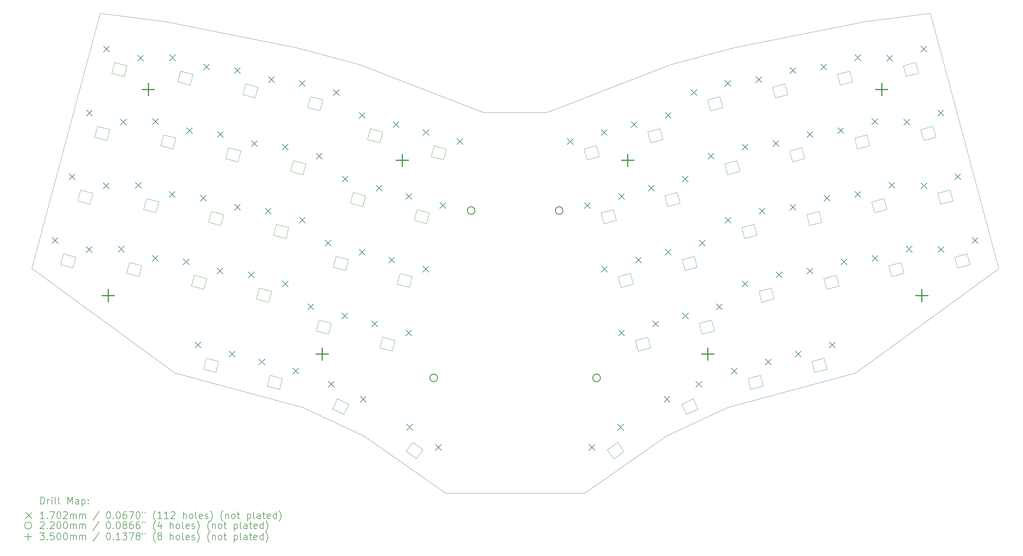
<source format=gbr>
%TF.GenerationSoftware,KiCad,Pcbnew,9.0.7*%
%TF.CreationDate,2026-02-21T16:52:33+09:00*%
%TF.ProjectId,TrueStrike56,54727565-5374-4726-996b-6535362e6b69,rev?*%
%TF.SameCoordinates,Original*%
%TF.FileFunction,Drillmap*%
%TF.FilePolarity,Positive*%
%FSLAX45Y45*%
G04 Gerber Fmt 4.5, Leading zero omitted, Abs format (unit mm)*
G04 Created by KiCad (PCBNEW 9.0.7) date 2026-02-21 16:52:33*
%MOMM*%
%LPD*%
G01*
G04 APERTURE LIST*
%ADD10C,0.050000*%
%ADD11C,0.120000*%
%ADD12C,0.200000*%
%ADD13C,0.170180*%
%ADD14C,0.220000*%
%ADD15C,0.350000*%
G04 APERTURE END LIST*
D10*
X33759698Y-3628488D02*
X35730737Y-10994488D01*
X15659657Y-14997528D02*
X11956337Y-14001848D01*
X26144777Y-15820487D02*
X23787657Y-17471487D01*
X11956337Y-14001848D02*
X7836457Y-10989408D01*
X23787657Y-17471487D02*
X19779537Y-17471487D01*
X17422418Y-15820487D02*
X15659657Y-14997528D01*
X15461537Y-4619088D02*
X17300497Y-5111847D01*
X17300497Y-5111847D02*
X20866657Y-6493497D01*
X35730737Y-10994488D02*
X31605777Y-14001847D01*
X9807497Y-3628487D02*
X11717577Y-3877407D01*
X13587017Y-4248248D02*
X15461537Y-4619088D01*
X27907537Y-14997528D02*
X26144777Y-15820487D01*
X26266698Y-5111848D02*
X28105657Y-4619087D01*
X28105657Y-4619087D02*
X29975097Y-4248248D01*
X31605777Y-14001847D02*
X27907537Y-14997528D01*
X7836457Y-10989408D02*
X9807497Y-3628487D01*
X31849617Y-3877407D02*
X33759698Y-3628488D01*
X29975097Y-4248248D02*
X31849617Y-3877407D01*
X19779537Y-17471487D02*
X17422418Y-15820487D01*
X20866657Y-6493497D02*
X22700537Y-6493497D01*
X11717577Y-3877407D02*
X13587017Y-4248248D01*
X22700537Y-6493497D02*
X26266698Y-5111848D01*
D11*
X24700467Y-9601597D02*
X24617127Y-9290569D01*
X24700467Y-9601597D02*
X24345007Y-9696842D01*
X24617127Y-9290569D02*
X24261667Y-9385814D01*
X24261667Y-9385814D02*
X24345007Y-9696842D01*
X25686567Y-13281774D02*
X25603227Y-12970746D01*
X25686567Y-13281774D02*
X25331107Y-13377019D01*
X25603227Y-12970746D02*
X25247767Y-13065991D01*
X25247767Y-13065991D02*
X25331107Y-13377019D01*
X27057330Y-15040899D02*
X26921247Y-14749068D01*
X26723809Y-15196423D02*
X27057330Y-15040899D01*
X26587725Y-14904591D02*
X26921247Y-14749068D01*
X26587725Y-14904591D02*
X26723809Y-15196423D01*
X27772550Y-6346053D02*
X27689210Y-6035025D01*
X27417089Y-6441298D02*
X27772550Y-6346053D01*
X27333749Y-6130270D02*
X27689210Y-6035025D01*
X27333749Y-6130270D02*
X27417089Y-6441298D01*
X30138558Y-7815765D02*
X30055218Y-7504737D01*
X30138558Y-7815765D02*
X29783097Y-7911010D01*
X30055218Y-7504737D02*
X29699757Y-7599982D01*
X29699757Y-7599982D02*
X29783097Y-7911010D01*
X9595600Y-8821988D02*
X9240139Y-8726742D01*
X9512260Y-9133016D02*
X9595600Y-8821988D01*
X9512260Y-9133016D02*
X9156799Y-9037770D01*
X9240139Y-8726742D02*
X9156799Y-9037770D01*
X33917346Y-7197681D02*
X33834006Y-6886653D01*
X33917346Y-7197681D02*
X33561885Y-7292927D01*
X33834006Y-6886653D02*
X33478545Y-6981899D01*
X33478545Y-6981899D02*
X33561885Y-7292927D01*
X11911139Y-7540632D02*
X11994478Y-7229604D01*
X11639018Y-7134359D02*
X11994478Y-7229604D01*
X11639018Y-7134359D02*
X11555678Y-7445387D01*
X11555678Y-7445387D02*
X11911139Y-7540632D01*
X14670955Y-11961565D02*
X14754295Y-11650536D01*
X14398834Y-11555291D02*
X14754295Y-11650536D01*
X14398834Y-11555291D02*
X14315494Y-11866319D01*
X14315494Y-11866319D02*
X14670955Y-11961565D01*
X32997617Y-11125564D02*
X32914278Y-10814536D01*
X32997617Y-11125564D02*
X32642157Y-11220809D01*
X32914278Y-10814536D02*
X32558817Y-10909781D01*
X32558817Y-10909781D02*
X32642157Y-11220809D01*
X17958490Y-7052675D02*
X17603030Y-6957430D01*
X17875151Y-7363703D02*
X17958490Y-7052675D01*
X17875151Y-7363703D02*
X17519690Y-7268458D01*
X17603030Y-6957430D02*
X17519690Y-7268458D01*
X30779839Y-13889237D02*
X30696500Y-13578209D01*
X30424379Y-13984482D02*
X30779839Y-13889237D01*
X30341039Y-13673454D02*
X30696500Y-13578209D01*
X30341039Y-13673454D02*
X30424379Y-13984482D01*
X18236088Y-13377020D02*
X18319427Y-13065992D01*
X17963967Y-12970746D02*
X18319427Y-13065992D01*
X17963967Y-12970746D02*
X17880627Y-13281775D01*
X17880627Y-13281775D02*
X18236088Y-13377020D01*
X27033606Y-10948636D02*
X26950266Y-10637608D01*
X26678145Y-11043881D02*
X27033606Y-10948636D01*
X26594805Y-10732853D02*
X26950266Y-10637608D01*
X26594805Y-10732853D02*
X26678145Y-11043881D01*
X25193517Y-11441685D02*
X25110178Y-11130657D01*
X24838057Y-11536930D02*
X25193517Y-11441685D01*
X24754717Y-11225902D02*
X25110178Y-11130657D01*
X24754717Y-11225902D02*
X24838057Y-11536930D01*
X18938174Y-16475949D02*
X19122866Y-16212182D01*
X18821418Y-16001106D02*
X19122866Y-16212182D01*
X18821418Y-16001106D02*
X18636726Y-16264873D01*
X18636726Y-16264873D02*
X18938174Y-16475949D01*
X16395999Y-12883968D02*
X16479339Y-12572940D01*
X16123878Y-12477695D02*
X16479339Y-12572940D01*
X16123878Y-12477695D02*
X16040539Y-12788723D01*
X16040539Y-12788723D02*
X16395999Y-12883968D01*
X24925202Y-16273800D02*
X24740510Y-16010034D01*
X24623754Y-16484877D02*
X24925202Y-16273800D01*
X24439062Y-16221110D02*
X24740510Y-16010034D01*
X24439062Y-16221110D02*
X24623754Y-16484877D01*
X17382100Y-9203792D02*
X17465440Y-8892764D01*
X17109979Y-8797518D02*
X17465440Y-8892764D01*
X17109979Y-8797518D02*
X17026640Y-9108547D01*
X17026640Y-9108547D02*
X17382100Y-9203792D01*
X13374386Y-9440071D02*
X13018926Y-9344826D01*
X13291047Y-9751099D02*
X13374386Y-9440071D01*
X13291047Y-9751099D02*
X12935586Y-9655854D01*
X13018926Y-9344826D02*
X12935586Y-9655854D01*
X16233446Y-6130271D02*
X15877985Y-6035026D01*
X16150106Y-6441300D02*
X16233446Y-6130271D01*
X16150106Y-6441300D02*
X15794645Y-6346054D01*
X15877985Y-6035026D02*
X15794645Y-6346054D01*
X26047505Y-7268458D02*
X25964165Y-6957430D01*
X25692044Y-7363703D02*
X26047505Y-7268458D01*
X25608705Y-7052675D02*
X25964165Y-6957430D01*
X25608705Y-7052675D02*
X25692044Y-7363703D01*
X30631608Y-9655853D02*
X30548268Y-9344825D01*
X30276148Y-9751099D02*
X30631608Y-9655853D01*
X30192808Y-9440070D02*
X30548268Y-9344825D01*
X30192808Y-9440070D02*
X30276148Y-9751099D01*
X29251700Y-11866319D02*
X29168360Y-11555291D01*
X29251700Y-11866319D02*
X28896239Y-11961564D01*
X29168360Y-11555291D02*
X28812900Y-11650536D01*
X28812900Y-11650536D02*
X28896239Y-11961564D01*
X12797997Y-11591188D02*
X12881336Y-11280159D01*
X12525876Y-11184914D02*
X12881336Y-11280159D01*
X12525876Y-11184914D02*
X12442536Y-11495942D01*
X12442536Y-11495942D02*
X12797997Y-11591188D01*
X14982903Y-14477533D02*
X15066243Y-14166505D01*
X14710782Y-14071260D02*
X15066243Y-14166505D01*
X14710782Y-14071260D02*
X14627443Y-14382288D01*
X14627443Y-14382288D02*
X14982903Y-14477533D01*
X26540556Y-9108547D02*
X26457216Y-8797519D01*
X26540556Y-9108547D02*
X26185095Y-9203792D01*
X26457216Y-8797519D02*
X26101755Y-8892764D01*
X26101755Y-8892764D02*
X26185095Y-9203792D01*
X11501429Y-9069693D02*
X11145968Y-8974447D01*
X11418089Y-9380721D02*
X11501429Y-9069693D01*
X11418089Y-9380721D02*
X11062628Y-9285475D01*
X11145968Y-8974447D02*
X11062628Y-9285475D01*
X10925038Y-11220810D02*
X11008378Y-10909781D01*
X10652917Y-10814536D02*
X11008378Y-10909781D01*
X10652917Y-10814536D02*
X10569577Y-11125564D01*
X10569577Y-11125564D02*
X10925038Y-11220810D01*
X16972390Y-10732851D02*
X16616929Y-10637606D01*
X16889050Y-11043880D02*
X16972390Y-10732851D01*
X16889050Y-11043880D02*
X16533589Y-10948634D01*
X16616929Y-10637606D02*
X16533589Y-10948634D01*
X34903446Y-10877858D02*
X34820106Y-10566830D01*
X34903446Y-10877858D02*
X34547986Y-10973103D01*
X34820106Y-10566830D02*
X34464646Y-10662075D01*
X34464646Y-10662075D02*
X34547986Y-10973103D01*
X34410396Y-9037770D02*
X34327056Y-8726742D01*
X34054935Y-9133015D02*
X34410396Y-9037770D01*
X33971596Y-8821987D02*
X34327056Y-8726742D01*
X33971596Y-8821987D02*
X34054935Y-9133015D01*
X32504567Y-9285476D02*
X32421227Y-8974448D01*
X32149106Y-9380721D02*
X32504567Y-9285476D01*
X32065766Y-9069693D02*
X32421227Y-8974448D01*
X32065766Y-9069693D02*
X32149106Y-9380721D01*
X15657057Y-8281387D02*
X15740396Y-7970359D01*
X15384936Y-7875113D02*
X15740396Y-7970359D01*
X15384936Y-7875113D02*
X15301596Y-8186142D01*
X15301596Y-8186142D02*
X15657057Y-8281387D01*
X31124658Y-11495941D02*
X31041319Y-11184913D01*
X31124658Y-11495941D02*
X30769198Y-11591187D01*
X31041319Y-11184913D02*
X30685858Y-11280158D01*
X30685858Y-11280158D02*
X30769198Y-11591187D01*
X24207416Y-7761507D02*
X24124077Y-7450479D01*
X23851956Y-7856753D02*
X24207416Y-7761507D01*
X23768616Y-7545724D02*
X24124077Y-7450479D01*
X23768616Y-7545724D02*
X23851956Y-7856753D01*
X12487529Y-5389515D02*
X12132068Y-5294269D01*
X12404189Y-5700543D02*
X12487529Y-5389515D01*
X12404189Y-5700543D02*
X12048728Y-5605297D01*
X12132068Y-5294269D02*
X12048728Y-5605297D01*
X27526656Y-12788724D02*
X27443317Y-12477696D01*
X27526656Y-12788724D02*
X27171196Y-12883969D01*
X27443317Y-12477696D02*
X27087856Y-12572941D01*
X27087856Y-12572941D02*
X27171196Y-12883969D01*
X13142816Y-13984483D02*
X13226156Y-13673455D01*
X12870695Y-13578209D02*
X13226156Y-13673455D01*
X12870695Y-13578209D02*
X12787356Y-13889238D01*
X12787356Y-13889238D02*
X13142816Y-13984483D01*
X9019209Y-10973104D02*
X9102549Y-10662076D01*
X8747088Y-10566831D02*
X9102549Y-10662076D01*
X8747088Y-10566831D02*
X8663749Y-10877859D01*
X8663749Y-10877859D02*
X9019209Y-10973104D01*
X16843386Y-15196423D02*
X16979469Y-14904592D01*
X16645948Y-14749069D02*
X16979469Y-14904592D01*
X16645948Y-14749069D02*
X16509865Y-15040900D01*
X16509865Y-15040900D02*
X16843386Y-15196423D01*
X18812477Y-11225903D02*
X18457016Y-11130657D01*
X18729137Y-11536931D02*
X18812477Y-11225903D01*
X18729137Y-11536931D02*
X18373677Y-11441686D01*
X18457016Y-11130657D02*
X18373677Y-11441686D01*
X28938541Y-14377768D02*
X28855201Y-14066740D01*
X28583080Y-14473013D02*
X28938541Y-14377768D01*
X28499741Y-14161985D02*
X28855201Y-14066740D01*
X28499741Y-14161985D02*
X28583080Y-14473013D01*
X31518466Y-5605298D02*
X31435126Y-5294270D01*
X31163005Y-5700543D02*
X31518466Y-5605298D01*
X31079665Y-5389515D02*
X31435126Y-5294270D01*
X31079665Y-5389515D02*
X31163005Y-5700543D01*
X10581700Y-5141810D02*
X10226240Y-5046564D01*
X10498361Y-5452838D02*
X10581700Y-5141810D01*
X10498361Y-5452838D02*
X10142900Y-5357592D01*
X10226240Y-5046564D02*
X10142900Y-5357592D01*
X28758650Y-10026230D02*
X28675310Y-9715202D01*
X28403189Y-10121475D02*
X28758650Y-10026230D01*
X28319850Y-9810447D02*
X28675310Y-9715202D01*
X28319850Y-9810447D02*
X28403189Y-10121475D01*
X29645508Y-5975676D02*
X29562168Y-5664648D01*
X29290048Y-6070921D02*
X29645508Y-5975676D01*
X29206708Y-5759893D02*
X29562168Y-5664648D01*
X29206708Y-5759893D02*
X29290048Y-6070921D01*
X28265600Y-8186141D02*
X28182260Y-7875113D01*
X28265600Y-8186141D02*
X27910139Y-8281387D01*
X28182260Y-7875113D02*
X27826799Y-7970359D01*
X27826799Y-7970359D02*
X27910139Y-8281387D01*
X13784098Y-7911010D02*
X13867437Y-7599981D01*
X13511977Y-7504736D02*
X13867437Y-7599981D01*
X13511977Y-7504736D02*
X13428637Y-7815764D01*
X13428637Y-7815764D02*
X13784098Y-7911010D01*
X15247346Y-9810448D02*
X14891885Y-9715203D01*
X15164006Y-10121476D02*
X15247346Y-9810448D01*
X15164006Y-10121476D02*
X14808545Y-10026231D01*
X14891885Y-9715203D02*
X14808545Y-10026231D01*
X19222189Y-9696842D02*
X19305528Y-9385814D01*
X18950068Y-9290569D02*
X19305528Y-9385814D01*
X18950068Y-9290569D02*
X18866728Y-9601597D01*
X18866728Y-9601597D02*
X19222189Y-9696842D01*
X14360487Y-5759894D02*
X14005027Y-5664648D01*
X14277148Y-6070922D02*
X14360487Y-5759894D01*
X14277148Y-6070922D02*
X13921687Y-5975676D01*
X14005027Y-5664648D02*
X13921687Y-5975676D01*
X32011516Y-7445386D02*
X31928177Y-7134358D01*
X32011516Y-7445386D02*
X31656056Y-7540632D01*
X31928177Y-7134358D02*
X31572716Y-7229604D01*
X31572716Y-7229604D02*
X31656056Y-7540632D01*
X10005310Y-7292926D02*
X10088650Y-6981898D01*
X9733189Y-6886653D02*
X10088650Y-6981898D01*
X9733189Y-6886653D02*
X9649849Y-7197681D01*
X9649849Y-7197681D02*
X10005310Y-7292926D01*
X33424295Y-5357592D02*
X33340955Y-5046564D01*
X33068834Y-5452838D02*
X33424295Y-5357592D01*
X32985495Y-5141810D02*
X33340955Y-5046564D01*
X32985495Y-5141810D02*
X33068834Y-5452838D01*
X19798578Y-7545724D02*
X19443117Y-7450479D01*
X19715238Y-7856753D02*
X19798578Y-7545724D01*
X19715238Y-7856753D02*
X19359777Y-7761507D01*
X19443117Y-7450479D02*
X19359777Y-7761507D01*
D12*
D13*
X8428987Y-10099509D02*
X8599167Y-10269689D01*
X8599167Y-10099509D02*
X8428987Y-10269689D01*
X8922037Y-8259420D02*
X9092217Y-8429600D01*
X9092217Y-8259420D02*
X8922037Y-8429600D01*
X9410368Y-10362470D02*
X9580548Y-10532650D01*
X9580548Y-10362470D02*
X9410368Y-10532650D01*
X9415089Y-6419331D02*
X9585269Y-6589511D01*
X9585269Y-6419331D02*
X9415089Y-6589511D01*
X9903418Y-8522381D02*
X10073598Y-8692561D01*
X10073598Y-8522381D02*
X9903418Y-8692561D01*
X9908138Y-4579243D02*
X10078318Y-4749423D01*
X10078318Y-4579243D02*
X9908138Y-4749423D01*
X10334816Y-10347213D02*
X10504996Y-10517393D01*
X10504996Y-10347213D02*
X10334816Y-10517393D01*
X10396469Y-6682292D02*
X10566649Y-6852472D01*
X10566649Y-6682292D02*
X10396469Y-6852472D01*
X10827866Y-8507126D02*
X10998046Y-8677306D01*
X10998046Y-8507126D02*
X10827866Y-8677306D01*
X10889519Y-4842203D02*
X11059699Y-5012383D01*
X11059699Y-4842203D02*
X10889519Y-5012383D01*
X11316196Y-10610173D02*
X11486376Y-10780353D01*
X11486376Y-10610173D02*
X11316196Y-10780353D01*
X11320916Y-6667037D02*
X11491096Y-6837217D01*
X11491096Y-6667037D02*
X11320916Y-6837217D01*
X11809247Y-8770086D02*
X11979427Y-8940266D01*
X11979427Y-8770086D02*
X11809247Y-8940266D01*
X11813967Y-4826948D02*
X11984147Y-4997128D01*
X11984147Y-4826948D02*
X11813967Y-4997128D01*
X12207775Y-10717593D02*
X12377955Y-10887773D01*
X12377955Y-10717593D02*
X12207775Y-10887773D01*
X12302297Y-6929997D02*
X12472477Y-7100177D01*
X12472477Y-6929997D02*
X12302297Y-7100177D01*
X12552594Y-13110887D02*
X12722774Y-13281067D01*
X12722774Y-13110887D02*
X12552594Y-13281067D01*
X12700825Y-8877503D02*
X12871005Y-9047683D01*
X12871005Y-8877503D02*
X12700825Y-9047683D01*
X12795347Y-5089909D02*
X12965527Y-5260089D01*
X12965527Y-5089909D02*
X12795347Y-5260089D01*
X13189156Y-10980553D02*
X13359336Y-11150733D01*
X13359336Y-10980553D02*
X13189156Y-11150733D01*
X13193876Y-7037414D02*
X13364056Y-7207594D01*
X13364056Y-7037414D02*
X13193876Y-7207594D01*
X13533975Y-13373847D02*
X13704155Y-13544027D01*
X13704155Y-13373847D02*
X13533975Y-13544027D01*
X13682205Y-9140463D02*
X13852385Y-9310643D01*
X13852385Y-9140463D02*
X13682205Y-9310643D01*
X13686926Y-5197326D02*
X13857106Y-5367506D01*
X13857106Y-5197326D02*
X13686926Y-5367506D01*
X14080857Y-11087508D02*
X14251037Y-11257688D01*
X14251037Y-11087508D02*
X14080857Y-11257688D01*
X14175256Y-7300374D02*
X14345436Y-7470554D01*
X14345436Y-7300374D02*
X14175256Y-7470554D01*
X14392682Y-13603938D02*
X14562862Y-13774118D01*
X14562862Y-13603938D02*
X14392682Y-13774118D01*
X14573907Y-9247420D02*
X14744087Y-9417600D01*
X14744087Y-9247420D02*
X14573907Y-9417600D01*
X14668307Y-5460286D02*
X14838487Y-5630466D01*
X14838487Y-5460286D02*
X14668307Y-5630466D01*
X15062238Y-11350468D02*
X15232418Y-11520648D01*
X15232418Y-11350468D02*
X15062238Y-11520648D01*
X15066958Y-7407331D02*
X15237138Y-7577511D01*
X15237138Y-7407331D02*
X15066958Y-7577511D01*
X15374063Y-13866898D02*
X15544243Y-14037078D01*
X15544243Y-13866898D02*
X15374063Y-14037078D01*
X15555288Y-9510380D02*
X15725468Y-9680560D01*
X15725468Y-9510380D02*
X15555288Y-9680560D01*
X15560008Y-5567242D02*
X15730188Y-5737422D01*
X15730188Y-5567242D02*
X15560008Y-5737422D01*
X15805777Y-12010374D02*
X15975957Y-12180554D01*
X15975957Y-12010374D02*
X15805777Y-12180554D01*
X16048338Y-7670291D02*
X16218518Y-7840471D01*
X16218518Y-7670291D02*
X16048338Y-7840471D01*
X16298828Y-10170285D02*
X16469008Y-10340465D01*
X16469008Y-10170285D02*
X16298828Y-10340465D01*
X16397761Y-14247091D02*
X16567941Y-14417271D01*
X16567941Y-14247091D02*
X16397761Y-14417271D01*
X16541388Y-5830202D02*
X16711568Y-6000382D01*
X16711568Y-5830202D02*
X16541388Y-6000382D01*
X16787157Y-12273334D02*
X16957337Y-12443514D01*
X16957337Y-12273334D02*
X16787157Y-12443514D01*
X16791879Y-8330197D02*
X16962059Y-8500377D01*
X16962059Y-8330197D02*
X16791879Y-8500377D01*
X17280209Y-10433246D02*
X17450389Y-10603426D01*
X17450389Y-10433246D02*
X17280209Y-10603426D01*
X17284927Y-6490108D02*
X17455107Y-6660288D01*
X17455107Y-6490108D02*
X17284927Y-6660288D01*
X17318570Y-14676471D02*
X17488750Y-14846651D01*
X17488750Y-14676471D02*
X17318570Y-14846651D01*
X17645866Y-12503425D02*
X17816046Y-12673605D01*
X17816046Y-12503425D02*
X17645866Y-12673605D01*
X17773259Y-8593157D02*
X17943439Y-8763337D01*
X17943439Y-8593157D02*
X17773259Y-8763337D01*
X18138916Y-10663335D02*
X18309096Y-10833515D01*
X18309096Y-10663335D02*
X18138916Y-10833515D01*
X18266308Y-6753069D02*
X18436488Y-6923249D01*
X18436488Y-6753069D02*
X18266308Y-6923249D01*
X18627246Y-12766385D02*
X18797426Y-12936565D01*
X18797426Y-12766385D02*
X18627246Y-12936565D01*
X18631967Y-8823246D02*
X18802147Y-8993426D01*
X18802147Y-8823246D02*
X18631967Y-8993426D01*
X18653367Y-15486070D02*
X18823547Y-15656250D01*
X18823547Y-15486070D02*
X18653367Y-15656250D01*
X19120297Y-10926295D02*
X19290477Y-11096475D01*
X19290477Y-10926295D02*
X19120297Y-11096475D01*
X19125018Y-6983158D02*
X19295198Y-7153338D01*
X19295198Y-6983158D02*
X19125018Y-7153338D01*
X19485625Y-16068823D02*
X19655805Y-16239003D01*
X19655805Y-16068823D02*
X19485625Y-16239003D01*
X19613348Y-9086206D02*
X19783528Y-9256386D01*
X19783528Y-9086206D02*
X19613348Y-9256386D01*
X20106399Y-7246118D02*
X20276579Y-7416298D01*
X20276579Y-7246118D02*
X20106399Y-7416298D01*
X23290617Y-7246118D02*
X23460797Y-7416298D01*
X23460797Y-7246118D02*
X23290617Y-7416298D01*
X23783667Y-9086206D02*
X23953847Y-9256386D01*
X23953847Y-9086206D02*
X23783667Y-9256386D01*
X23911390Y-16068823D02*
X24081570Y-16239003D01*
X24081570Y-16068823D02*
X23911390Y-16239003D01*
X24271997Y-6983158D02*
X24442177Y-7153338D01*
X24442177Y-6983158D02*
X24271997Y-7153338D01*
X24276717Y-10926295D02*
X24446897Y-11096475D01*
X24446897Y-10926295D02*
X24276717Y-11096475D01*
X24743648Y-15486069D02*
X24913828Y-15656249D01*
X24913828Y-15486069D02*
X24743648Y-15656249D01*
X24765048Y-8823246D02*
X24935228Y-8993426D01*
X24935228Y-8823246D02*
X24765048Y-8993426D01*
X24769767Y-12766384D02*
X24939947Y-12936564D01*
X24939947Y-12766384D02*
X24769767Y-12936564D01*
X25130706Y-6753068D02*
X25300886Y-6923248D01*
X25300886Y-6753068D02*
X25130706Y-6923248D01*
X25258098Y-10663335D02*
X25428278Y-10833515D01*
X25428278Y-10663335D02*
X25258098Y-10833515D01*
X25623756Y-8593156D02*
X25793936Y-8763336D01*
X25793936Y-8593156D02*
X25623756Y-8763336D01*
X25751148Y-12503424D02*
X25921328Y-12673604D01*
X25921328Y-12503424D02*
X25751148Y-12673604D01*
X26078444Y-14676471D02*
X26248624Y-14846651D01*
X26248624Y-14676471D02*
X26078444Y-14846651D01*
X26112087Y-6490107D02*
X26282267Y-6660287D01*
X26282267Y-6490107D02*
X26112087Y-6660287D01*
X26116807Y-10433245D02*
X26286987Y-10603425D01*
X26286987Y-10433245D02*
X26116807Y-10603425D01*
X26605137Y-8330196D02*
X26775317Y-8500376D01*
X26775317Y-8330196D02*
X26605137Y-8500376D01*
X26609858Y-12273333D02*
X26780038Y-12443513D01*
X26780038Y-12273333D02*
X26609858Y-12443513D01*
X26855750Y-5830663D02*
X27025930Y-6000843D01*
X27025930Y-5830663D02*
X26855750Y-6000843D01*
X26999253Y-14247091D02*
X27169433Y-14417271D01*
X27169433Y-14247091D02*
X26999253Y-14417271D01*
X27098188Y-10170285D02*
X27268368Y-10340465D01*
X27268368Y-10170285D02*
X27098188Y-10340465D01*
X27348800Y-7670752D02*
X27518980Y-7840932D01*
X27518980Y-7670752D02*
X27348800Y-7840932D01*
X27591238Y-12010373D02*
X27761418Y-12180553D01*
X27761418Y-12010373D02*
X27591238Y-12180553D01*
X27837131Y-5567703D02*
X28007311Y-5737883D01*
X28007311Y-5567703D02*
X27837131Y-5737883D01*
X27841851Y-9510841D02*
X28012031Y-9681021D01*
X28012031Y-9510841D02*
X27841851Y-9681021D01*
X28022951Y-13866897D02*
X28193131Y-14037077D01*
X28193131Y-13866897D02*
X28022951Y-14037077D01*
X28330181Y-7407792D02*
X28500361Y-7577972D01*
X28500361Y-7407792D02*
X28330181Y-7577972D01*
X28334901Y-11350929D02*
X28505081Y-11521109D01*
X28505081Y-11350929D02*
X28334901Y-11521109D01*
X28728708Y-5460286D02*
X28898888Y-5630466D01*
X28898888Y-5460286D02*
X28728708Y-5630466D01*
X28823232Y-9247881D02*
X28993412Y-9418061D01*
X28993412Y-9247881D02*
X28823232Y-9418061D01*
X29004332Y-13603937D02*
X29174512Y-13774117D01*
X29174512Y-13603937D02*
X29004332Y-13774117D01*
X29221759Y-7300374D02*
X29391939Y-7470554D01*
X29391939Y-7300374D02*
X29221759Y-7470554D01*
X29316282Y-11087969D02*
X29486462Y-11258149D01*
X29486462Y-11087969D02*
X29316282Y-11258149D01*
X29710089Y-5197326D02*
X29880269Y-5367506D01*
X29880269Y-5197326D02*
X29710089Y-5367506D01*
X29714810Y-9140462D02*
X29884990Y-9310642D01*
X29884990Y-9140462D02*
X29714810Y-9310642D01*
X29863040Y-13373847D02*
X30033220Y-13544027D01*
X30033220Y-13373847D02*
X29863040Y-13544027D01*
X30203140Y-7037414D02*
X30373320Y-7207594D01*
X30373320Y-7037414D02*
X30203140Y-7207594D01*
X30207859Y-10980552D02*
X30378039Y-11150732D01*
X30378039Y-10980552D02*
X30207859Y-11150732D01*
X30601666Y-5089908D02*
X30771846Y-5260088D01*
X30771846Y-5089908D02*
X30601666Y-5260088D01*
X30696190Y-8877502D02*
X30866370Y-9047682D01*
X30866370Y-8877502D02*
X30696190Y-9047682D01*
X30844421Y-13110887D02*
X31014601Y-13281067D01*
X31014601Y-13110887D02*
X30844421Y-13281067D01*
X31094717Y-6929997D02*
X31264897Y-7100177D01*
X31264897Y-6929997D02*
X31094717Y-7100177D01*
X31189240Y-10717592D02*
X31359420Y-10887772D01*
X31359420Y-10717592D02*
X31189240Y-10887772D01*
X31583047Y-4826948D02*
X31753227Y-4997128D01*
X31753227Y-4826948D02*
X31583047Y-4997128D01*
X31587767Y-8770086D02*
X31757947Y-8940266D01*
X31757947Y-8770086D02*
X31587767Y-8940266D01*
X32076098Y-6667036D02*
X32246278Y-6837216D01*
X32246278Y-6667036D02*
X32076098Y-6837216D01*
X32080818Y-10610174D02*
X32250998Y-10780354D01*
X32250998Y-10610174D02*
X32080818Y-10780354D01*
X32507496Y-4842203D02*
X32677676Y-5012383D01*
X32677676Y-4842203D02*
X32507496Y-5012383D01*
X32569148Y-8507126D02*
X32739328Y-8677306D01*
X32739328Y-8507126D02*
X32569148Y-8677306D01*
X33000547Y-6682292D02*
X33170727Y-6852472D01*
X33170727Y-6682292D02*
X33000547Y-6852472D01*
X33062198Y-10347214D02*
X33232378Y-10517394D01*
X33232378Y-10347214D02*
X33062198Y-10517394D01*
X33488876Y-4579243D02*
X33659056Y-4749423D01*
X33659056Y-4579243D02*
X33488876Y-4749423D01*
X33493596Y-8522380D02*
X33663776Y-8692560D01*
X33663776Y-8522380D02*
X33493596Y-8692560D01*
X33981927Y-6419331D02*
X34152107Y-6589511D01*
X34152107Y-6419331D02*
X33981927Y-6589511D01*
X33986647Y-10362469D02*
X34156827Y-10532649D01*
X34156827Y-10362469D02*
X33986647Y-10532649D01*
X34474977Y-8259419D02*
X34645157Y-8429599D01*
X34645157Y-8259419D02*
X34474977Y-8429599D01*
X34968028Y-10099509D02*
X35138208Y-10269689D01*
X35138208Y-10099509D02*
X34968028Y-10269689D01*
D14*
X19544098Y-14146627D02*
G75*
G02*
X19324098Y-14146627I-110000J0D01*
G01*
X19324098Y-14146627D02*
G75*
G02*
X19544098Y-14146627I110000J0D01*
G01*
X20623597Y-9320628D02*
G75*
G02*
X20403597Y-9320628I-110000J0D01*
G01*
X20403597Y-9320628D02*
G75*
G02*
X20623597Y-9320628I110000J0D01*
G01*
X23163598Y-9320627D02*
G75*
G02*
X22943598Y-9320627I-110000J0D01*
G01*
X22943598Y-9320627D02*
G75*
G02*
X23163598Y-9320627I110000J0D01*
G01*
X24243097Y-14146628D02*
G75*
G02*
X24023097Y-14146628I-110000J0D01*
G01*
X24023097Y-14146628D02*
G75*
G02*
X24243097Y-14146628I110000J0D01*
G01*
D15*
X10045700Y-11597900D02*
X10045700Y-11947900D01*
X9870700Y-11772900D02*
X10220700Y-11772900D01*
X11201400Y-5654300D02*
X11201400Y-6004300D01*
X11026400Y-5829300D02*
X11376400Y-5829300D01*
X16217900Y-13287000D02*
X16217900Y-13637000D01*
X16042900Y-13462000D02*
X16392900Y-13462000D01*
X18529300Y-7699000D02*
X18529300Y-8049000D01*
X18354300Y-7874000D02*
X18704300Y-7874000D01*
X25031700Y-7699000D02*
X25031700Y-8049000D01*
X24856700Y-7874000D02*
X25206700Y-7874000D01*
X27343100Y-13287000D02*
X27343100Y-13637000D01*
X27168100Y-13462000D02*
X27518100Y-13462000D01*
X32359600Y-5654300D02*
X32359600Y-6004300D01*
X32184600Y-5829300D02*
X32534600Y-5829300D01*
X33515300Y-11597900D02*
X33515300Y-11947900D01*
X33340300Y-11772900D02*
X33690300Y-11772900D01*
D12*
X8094734Y-17785471D02*
X8094734Y-17585471D01*
X8094734Y-17585471D02*
X8142353Y-17585471D01*
X8142353Y-17585471D02*
X8170925Y-17594995D01*
X8170925Y-17594995D02*
X8189972Y-17614043D01*
X8189972Y-17614043D02*
X8199496Y-17633090D01*
X8199496Y-17633090D02*
X8209020Y-17671185D01*
X8209020Y-17671185D02*
X8209020Y-17699757D01*
X8209020Y-17699757D02*
X8199496Y-17737852D01*
X8199496Y-17737852D02*
X8189972Y-17756900D01*
X8189972Y-17756900D02*
X8170925Y-17775947D01*
X8170925Y-17775947D02*
X8142353Y-17785471D01*
X8142353Y-17785471D02*
X8094734Y-17785471D01*
X8294734Y-17785471D02*
X8294734Y-17652138D01*
X8294734Y-17690233D02*
X8304258Y-17671185D01*
X8304258Y-17671185D02*
X8313782Y-17661662D01*
X8313782Y-17661662D02*
X8332829Y-17652138D01*
X8332829Y-17652138D02*
X8351877Y-17652138D01*
X8418544Y-17785471D02*
X8418544Y-17652138D01*
X8418544Y-17585471D02*
X8409020Y-17594995D01*
X8409020Y-17594995D02*
X8418544Y-17604519D01*
X8418544Y-17604519D02*
X8428068Y-17594995D01*
X8428068Y-17594995D02*
X8418544Y-17585471D01*
X8418544Y-17585471D02*
X8418544Y-17604519D01*
X8542353Y-17785471D02*
X8523306Y-17775947D01*
X8523306Y-17775947D02*
X8513782Y-17756900D01*
X8513782Y-17756900D02*
X8513782Y-17585471D01*
X8647115Y-17785471D02*
X8628068Y-17775947D01*
X8628068Y-17775947D02*
X8618544Y-17756900D01*
X8618544Y-17756900D02*
X8618544Y-17585471D01*
X8875687Y-17785471D02*
X8875687Y-17585471D01*
X8875687Y-17585471D02*
X8942353Y-17728328D01*
X8942353Y-17728328D02*
X9009020Y-17585471D01*
X9009020Y-17585471D02*
X9009020Y-17785471D01*
X9189972Y-17785471D02*
X9189972Y-17680709D01*
X9189972Y-17680709D02*
X9180449Y-17661662D01*
X9180449Y-17661662D02*
X9161401Y-17652138D01*
X9161401Y-17652138D02*
X9123306Y-17652138D01*
X9123306Y-17652138D02*
X9104258Y-17661662D01*
X9189972Y-17775947D02*
X9170925Y-17785471D01*
X9170925Y-17785471D02*
X9123306Y-17785471D01*
X9123306Y-17785471D02*
X9104258Y-17775947D01*
X9104258Y-17775947D02*
X9094734Y-17756900D01*
X9094734Y-17756900D02*
X9094734Y-17737852D01*
X9094734Y-17737852D02*
X9104258Y-17718805D01*
X9104258Y-17718805D02*
X9123306Y-17709281D01*
X9123306Y-17709281D02*
X9170925Y-17709281D01*
X9170925Y-17709281D02*
X9189972Y-17699757D01*
X9285210Y-17652138D02*
X9285210Y-17852138D01*
X9285210Y-17661662D02*
X9304258Y-17652138D01*
X9304258Y-17652138D02*
X9342353Y-17652138D01*
X9342353Y-17652138D02*
X9361401Y-17661662D01*
X9361401Y-17661662D02*
X9370925Y-17671185D01*
X9370925Y-17671185D02*
X9380449Y-17690233D01*
X9380449Y-17690233D02*
X9380449Y-17747376D01*
X9380449Y-17747376D02*
X9370925Y-17766424D01*
X9370925Y-17766424D02*
X9361401Y-17775947D01*
X9361401Y-17775947D02*
X9342353Y-17785471D01*
X9342353Y-17785471D02*
X9304258Y-17785471D01*
X9304258Y-17785471D02*
X9285210Y-17775947D01*
X9466163Y-17766424D02*
X9475687Y-17775947D01*
X9475687Y-17775947D02*
X9466163Y-17785471D01*
X9466163Y-17785471D02*
X9456639Y-17775947D01*
X9456639Y-17775947D02*
X9466163Y-17766424D01*
X9466163Y-17766424D02*
X9466163Y-17785471D01*
X9466163Y-17661662D02*
X9475687Y-17671185D01*
X9475687Y-17671185D02*
X9466163Y-17680709D01*
X9466163Y-17680709D02*
X9456639Y-17671185D01*
X9456639Y-17671185D02*
X9466163Y-17661662D01*
X9466163Y-17661662D02*
X9466163Y-17680709D01*
D13*
X7663777Y-18028897D02*
X7833957Y-18199077D01*
X7833957Y-18028897D02*
X7663777Y-18199077D01*
D12*
X8199496Y-18205471D02*
X8085210Y-18205471D01*
X8142353Y-18205471D02*
X8142353Y-18005471D01*
X8142353Y-18005471D02*
X8123306Y-18034043D01*
X8123306Y-18034043D02*
X8104258Y-18053090D01*
X8104258Y-18053090D02*
X8085210Y-18062614D01*
X8285210Y-18186424D02*
X8294734Y-18195947D01*
X8294734Y-18195947D02*
X8285210Y-18205471D01*
X8285210Y-18205471D02*
X8275687Y-18195947D01*
X8275687Y-18195947D02*
X8285210Y-18186424D01*
X8285210Y-18186424D02*
X8285210Y-18205471D01*
X8361401Y-18005471D02*
X8494734Y-18005471D01*
X8494734Y-18005471D02*
X8409020Y-18205471D01*
X8609020Y-18005471D02*
X8628068Y-18005471D01*
X8628068Y-18005471D02*
X8647115Y-18014995D01*
X8647115Y-18014995D02*
X8656639Y-18024519D01*
X8656639Y-18024519D02*
X8666163Y-18043566D01*
X8666163Y-18043566D02*
X8675687Y-18081662D01*
X8675687Y-18081662D02*
X8675687Y-18129281D01*
X8675687Y-18129281D02*
X8666163Y-18167376D01*
X8666163Y-18167376D02*
X8656639Y-18186424D01*
X8656639Y-18186424D02*
X8647115Y-18195947D01*
X8647115Y-18195947D02*
X8628068Y-18205471D01*
X8628068Y-18205471D02*
X8609020Y-18205471D01*
X8609020Y-18205471D02*
X8589972Y-18195947D01*
X8589972Y-18195947D02*
X8580449Y-18186424D01*
X8580449Y-18186424D02*
X8570925Y-18167376D01*
X8570925Y-18167376D02*
X8561401Y-18129281D01*
X8561401Y-18129281D02*
X8561401Y-18081662D01*
X8561401Y-18081662D02*
X8570925Y-18043566D01*
X8570925Y-18043566D02*
X8580449Y-18024519D01*
X8580449Y-18024519D02*
X8589972Y-18014995D01*
X8589972Y-18014995D02*
X8609020Y-18005471D01*
X8751877Y-18024519D02*
X8761401Y-18014995D01*
X8761401Y-18014995D02*
X8780449Y-18005471D01*
X8780449Y-18005471D02*
X8828068Y-18005471D01*
X8828068Y-18005471D02*
X8847115Y-18014995D01*
X8847115Y-18014995D02*
X8856639Y-18024519D01*
X8856639Y-18024519D02*
X8866163Y-18043566D01*
X8866163Y-18043566D02*
X8866163Y-18062614D01*
X8866163Y-18062614D02*
X8856639Y-18091185D01*
X8856639Y-18091185D02*
X8742353Y-18205471D01*
X8742353Y-18205471D02*
X8866163Y-18205471D01*
X8951877Y-18205471D02*
X8951877Y-18072138D01*
X8951877Y-18091185D02*
X8961401Y-18081662D01*
X8961401Y-18081662D02*
X8980449Y-18072138D01*
X8980449Y-18072138D02*
X9009020Y-18072138D01*
X9009020Y-18072138D02*
X9028068Y-18081662D01*
X9028068Y-18081662D02*
X9037591Y-18100709D01*
X9037591Y-18100709D02*
X9037591Y-18205471D01*
X9037591Y-18100709D02*
X9047115Y-18081662D01*
X9047115Y-18081662D02*
X9066163Y-18072138D01*
X9066163Y-18072138D02*
X9094734Y-18072138D01*
X9094734Y-18072138D02*
X9113782Y-18081662D01*
X9113782Y-18081662D02*
X9123306Y-18100709D01*
X9123306Y-18100709D02*
X9123306Y-18205471D01*
X9218544Y-18205471D02*
X9218544Y-18072138D01*
X9218544Y-18091185D02*
X9228068Y-18081662D01*
X9228068Y-18081662D02*
X9247115Y-18072138D01*
X9247115Y-18072138D02*
X9275687Y-18072138D01*
X9275687Y-18072138D02*
X9294734Y-18081662D01*
X9294734Y-18081662D02*
X9304258Y-18100709D01*
X9304258Y-18100709D02*
X9304258Y-18205471D01*
X9304258Y-18100709D02*
X9313782Y-18081662D01*
X9313782Y-18081662D02*
X9332830Y-18072138D01*
X9332830Y-18072138D02*
X9361401Y-18072138D01*
X9361401Y-18072138D02*
X9380449Y-18081662D01*
X9380449Y-18081662D02*
X9389972Y-18100709D01*
X9389972Y-18100709D02*
X9389972Y-18205471D01*
X9780449Y-17995947D02*
X9609020Y-18253090D01*
X10037592Y-18005471D02*
X10056639Y-18005471D01*
X10056639Y-18005471D02*
X10075687Y-18014995D01*
X10075687Y-18014995D02*
X10085211Y-18024519D01*
X10085211Y-18024519D02*
X10094734Y-18043566D01*
X10094734Y-18043566D02*
X10104258Y-18081662D01*
X10104258Y-18081662D02*
X10104258Y-18129281D01*
X10104258Y-18129281D02*
X10094734Y-18167376D01*
X10094734Y-18167376D02*
X10085211Y-18186424D01*
X10085211Y-18186424D02*
X10075687Y-18195947D01*
X10075687Y-18195947D02*
X10056639Y-18205471D01*
X10056639Y-18205471D02*
X10037592Y-18205471D01*
X10037592Y-18205471D02*
X10018544Y-18195947D01*
X10018544Y-18195947D02*
X10009020Y-18186424D01*
X10009020Y-18186424D02*
X9999496Y-18167376D01*
X9999496Y-18167376D02*
X9989973Y-18129281D01*
X9989973Y-18129281D02*
X9989973Y-18081662D01*
X9989973Y-18081662D02*
X9999496Y-18043566D01*
X9999496Y-18043566D02*
X10009020Y-18024519D01*
X10009020Y-18024519D02*
X10018544Y-18014995D01*
X10018544Y-18014995D02*
X10037592Y-18005471D01*
X10189973Y-18186424D02*
X10199496Y-18195947D01*
X10199496Y-18195947D02*
X10189973Y-18205471D01*
X10189973Y-18205471D02*
X10180449Y-18195947D01*
X10180449Y-18195947D02*
X10189973Y-18186424D01*
X10189973Y-18186424D02*
X10189973Y-18205471D01*
X10323306Y-18005471D02*
X10342354Y-18005471D01*
X10342354Y-18005471D02*
X10361401Y-18014995D01*
X10361401Y-18014995D02*
X10370925Y-18024519D01*
X10370925Y-18024519D02*
X10380449Y-18043566D01*
X10380449Y-18043566D02*
X10389973Y-18081662D01*
X10389973Y-18081662D02*
X10389973Y-18129281D01*
X10389973Y-18129281D02*
X10380449Y-18167376D01*
X10380449Y-18167376D02*
X10370925Y-18186424D01*
X10370925Y-18186424D02*
X10361401Y-18195947D01*
X10361401Y-18195947D02*
X10342354Y-18205471D01*
X10342354Y-18205471D02*
X10323306Y-18205471D01*
X10323306Y-18205471D02*
X10304258Y-18195947D01*
X10304258Y-18195947D02*
X10294734Y-18186424D01*
X10294734Y-18186424D02*
X10285211Y-18167376D01*
X10285211Y-18167376D02*
X10275687Y-18129281D01*
X10275687Y-18129281D02*
X10275687Y-18081662D01*
X10275687Y-18081662D02*
X10285211Y-18043566D01*
X10285211Y-18043566D02*
X10294734Y-18024519D01*
X10294734Y-18024519D02*
X10304258Y-18014995D01*
X10304258Y-18014995D02*
X10323306Y-18005471D01*
X10561401Y-18005471D02*
X10523306Y-18005471D01*
X10523306Y-18005471D02*
X10504258Y-18014995D01*
X10504258Y-18014995D02*
X10494734Y-18024519D01*
X10494734Y-18024519D02*
X10475687Y-18053090D01*
X10475687Y-18053090D02*
X10466163Y-18091185D01*
X10466163Y-18091185D02*
X10466163Y-18167376D01*
X10466163Y-18167376D02*
X10475687Y-18186424D01*
X10475687Y-18186424D02*
X10485211Y-18195947D01*
X10485211Y-18195947D02*
X10504258Y-18205471D01*
X10504258Y-18205471D02*
X10542354Y-18205471D01*
X10542354Y-18205471D02*
X10561401Y-18195947D01*
X10561401Y-18195947D02*
X10570925Y-18186424D01*
X10570925Y-18186424D02*
X10580449Y-18167376D01*
X10580449Y-18167376D02*
X10580449Y-18119757D01*
X10580449Y-18119757D02*
X10570925Y-18100709D01*
X10570925Y-18100709D02*
X10561401Y-18091185D01*
X10561401Y-18091185D02*
X10542354Y-18081662D01*
X10542354Y-18081662D02*
X10504258Y-18081662D01*
X10504258Y-18081662D02*
X10485211Y-18091185D01*
X10485211Y-18091185D02*
X10475687Y-18100709D01*
X10475687Y-18100709D02*
X10466163Y-18119757D01*
X10647115Y-18005471D02*
X10780449Y-18005471D01*
X10780449Y-18005471D02*
X10694734Y-18205471D01*
X10894734Y-18005471D02*
X10913782Y-18005471D01*
X10913782Y-18005471D02*
X10932830Y-18014995D01*
X10932830Y-18014995D02*
X10942354Y-18024519D01*
X10942354Y-18024519D02*
X10951877Y-18043566D01*
X10951877Y-18043566D02*
X10961401Y-18081662D01*
X10961401Y-18081662D02*
X10961401Y-18129281D01*
X10961401Y-18129281D02*
X10951877Y-18167376D01*
X10951877Y-18167376D02*
X10942354Y-18186424D01*
X10942354Y-18186424D02*
X10932830Y-18195947D01*
X10932830Y-18195947D02*
X10913782Y-18205471D01*
X10913782Y-18205471D02*
X10894734Y-18205471D01*
X10894734Y-18205471D02*
X10875687Y-18195947D01*
X10875687Y-18195947D02*
X10866163Y-18186424D01*
X10866163Y-18186424D02*
X10856639Y-18167376D01*
X10856639Y-18167376D02*
X10847115Y-18129281D01*
X10847115Y-18129281D02*
X10847115Y-18081662D01*
X10847115Y-18081662D02*
X10856639Y-18043566D01*
X10856639Y-18043566D02*
X10866163Y-18024519D01*
X10866163Y-18024519D02*
X10875687Y-18014995D01*
X10875687Y-18014995D02*
X10894734Y-18005471D01*
X11037592Y-18005471D02*
X11037592Y-18043566D01*
X11113782Y-18005471D02*
X11113782Y-18043566D01*
X11409020Y-18281662D02*
X11399496Y-18272138D01*
X11399496Y-18272138D02*
X11380449Y-18243566D01*
X11380449Y-18243566D02*
X11370925Y-18224519D01*
X11370925Y-18224519D02*
X11361401Y-18195947D01*
X11361401Y-18195947D02*
X11351877Y-18148328D01*
X11351877Y-18148328D02*
X11351877Y-18110233D01*
X11351877Y-18110233D02*
X11361401Y-18062614D01*
X11361401Y-18062614D02*
X11370925Y-18034043D01*
X11370925Y-18034043D02*
X11380449Y-18014995D01*
X11380449Y-18014995D02*
X11399496Y-17986424D01*
X11399496Y-17986424D02*
X11409020Y-17976900D01*
X11589973Y-18205471D02*
X11475687Y-18205471D01*
X11532830Y-18205471D02*
X11532830Y-18005471D01*
X11532830Y-18005471D02*
X11513782Y-18034043D01*
X11513782Y-18034043D02*
X11494734Y-18053090D01*
X11494734Y-18053090D02*
X11475687Y-18062614D01*
X11780449Y-18205471D02*
X11666163Y-18205471D01*
X11723306Y-18205471D02*
X11723306Y-18005471D01*
X11723306Y-18005471D02*
X11704258Y-18034043D01*
X11704258Y-18034043D02*
X11685211Y-18053090D01*
X11685211Y-18053090D02*
X11666163Y-18062614D01*
X11856639Y-18024519D02*
X11866163Y-18014995D01*
X11866163Y-18014995D02*
X11885211Y-18005471D01*
X11885211Y-18005471D02*
X11932830Y-18005471D01*
X11932830Y-18005471D02*
X11951877Y-18014995D01*
X11951877Y-18014995D02*
X11961401Y-18024519D01*
X11961401Y-18024519D02*
X11970925Y-18043566D01*
X11970925Y-18043566D02*
X11970925Y-18062614D01*
X11970925Y-18062614D02*
X11961401Y-18091185D01*
X11961401Y-18091185D02*
X11847115Y-18205471D01*
X11847115Y-18205471D02*
X11970925Y-18205471D01*
X12209020Y-18205471D02*
X12209020Y-18005471D01*
X12294735Y-18205471D02*
X12294735Y-18100709D01*
X12294735Y-18100709D02*
X12285211Y-18081662D01*
X12285211Y-18081662D02*
X12266163Y-18072138D01*
X12266163Y-18072138D02*
X12237592Y-18072138D01*
X12237592Y-18072138D02*
X12218544Y-18081662D01*
X12218544Y-18081662D02*
X12209020Y-18091185D01*
X12418544Y-18205471D02*
X12399496Y-18195947D01*
X12399496Y-18195947D02*
X12389973Y-18186424D01*
X12389973Y-18186424D02*
X12380449Y-18167376D01*
X12380449Y-18167376D02*
X12380449Y-18110233D01*
X12380449Y-18110233D02*
X12389973Y-18091185D01*
X12389973Y-18091185D02*
X12399496Y-18081662D01*
X12399496Y-18081662D02*
X12418544Y-18072138D01*
X12418544Y-18072138D02*
X12447116Y-18072138D01*
X12447116Y-18072138D02*
X12466163Y-18081662D01*
X12466163Y-18081662D02*
X12475687Y-18091185D01*
X12475687Y-18091185D02*
X12485211Y-18110233D01*
X12485211Y-18110233D02*
X12485211Y-18167376D01*
X12485211Y-18167376D02*
X12475687Y-18186424D01*
X12475687Y-18186424D02*
X12466163Y-18195947D01*
X12466163Y-18195947D02*
X12447116Y-18205471D01*
X12447116Y-18205471D02*
X12418544Y-18205471D01*
X12599496Y-18205471D02*
X12580449Y-18195947D01*
X12580449Y-18195947D02*
X12570925Y-18176900D01*
X12570925Y-18176900D02*
X12570925Y-18005471D01*
X12751877Y-18195947D02*
X12732830Y-18205471D01*
X12732830Y-18205471D02*
X12694735Y-18205471D01*
X12694735Y-18205471D02*
X12675687Y-18195947D01*
X12675687Y-18195947D02*
X12666163Y-18176900D01*
X12666163Y-18176900D02*
X12666163Y-18100709D01*
X12666163Y-18100709D02*
X12675687Y-18081662D01*
X12675687Y-18081662D02*
X12694735Y-18072138D01*
X12694735Y-18072138D02*
X12732830Y-18072138D01*
X12732830Y-18072138D02*
X12751877Y-18081662D01*
X12751877Y-18081662D02*
X12761401Y-18100709D01*
X12761401Y-18100709D02*
X12761401Y-18119757D01*
X12761401Y-18119757D02*
X12666163Y-18138805D01*
X12837592Y-18195947D02*
X12856639Y-18205471D01*
X12856639Y-18205471D02*
X12894735Y-18205471D01*
X12894735Y-18205471D02*
X12913782Y-18195947D01*
X12913782Y-18195947D02*
X12923306Y-18176900D01*
X12923306Y-18176900D02*
X12923306Y-18167376D01*
X12923306Y-18167376D02*
X12913782Y-18148328D01*
X12913782Y-18148328D02*
X12894735Y-18138805D01*
X12894735Y-18138805D02*
X12866163Y-18138805D01*
X12866163Y-18138805D02*
X12847116Y-18129281D01*
X12847116Y-18129281D02*
X12837592Y-18110233D01*
X12837592Y-18110233D02*
X12837592Y-18100709D01*
X12837592Y-18100709D02*
X12847116Y-18081662D01*
X12847116Y-18081662D02*
X12866163Y-18072138D01*
X12866163Y-18072138D02*
X12894735Y-18072138D01*
X12894735Y-18072138D02*
X12913782Y-18081662D01*
X12989973Y-18281662D02*
X12999497Y-18272138D01*
X12999497Y-18272138D02*
X13018544Y-18243566D01*
X13018544Y-18243566D02*
X13028068Y-18224519D01*
X13028068Y-18224519D02*
X13037592Y-18195947D01*
X13037592Y-18195947D02*
X13047116Y-18148328D01*
X13047116Y-18148328D02*
X13047116Y-18110233D01*
X13047116Y-18110233D02*
X13037592Y-18062614D01*
X13037592Y-18062614D02*
X13028068Y-18034043D01*
X13028068Y-18034043D02*
X13018544Y-18014995D01*
X13018544Y-18014995D02*
X12999497Y-17986424D01*
X12999497Y-17986424D02*
X12989973Y-17976900D01*
X13351878Y-18281662D02*
X13342354Y-18272138D01*
X13342354Y-18272138D02*
X13323306Y-18243566D01*
X13323306Y-18243566D02*
X13313782Y-18224519D01*
X13313782Y-18224519D02*
X13304258Y-18195947D01*
X13304258Y-18195947D02*
X13294735Y-18148328D01*
X13294735Y-18148328D02*
X13294735Y-18110233D01*
X13294735Y-18110233D02*
X13304258Y-18062614D01*
X13304258Y-18062614D02*
X13313782Y-18034043D01*
X13313782Y-18034043D02*
X13323306Y-18014995D01*
X13323306Y-18014995D02*
X13342354Y-17986424D01*
X13342354Y-17986424D02*
X13351878Y-17976900D01*
X13428068Y-18072138D02*
X13428068Y-18205471D01*
X13428068Y-18091185D02*
X13437592Y-18081662D01*
X13437592Y-18081662D02*
X13456639Y-18072138D01*
X13456639Y-18072138D02*
X13485211Y-18072138D01*
X13485211Y-18072138D02*
X13504258Y-18081662D01*
X13504258Y-18081662D02*
X13513782Y-18100709D01*
X13513782Y-18100709D02*
X13513782Y-18205471D01*
X13637592Y-18205471D02*
X13618544Y-18195947D01*
X13618544Y-18195947D02*
X13609020Y-18186424D01*
X13609020Y-18186424D02*
X13599497Y-18167376D01*
X13599497Y-18167376D02*
X13599497Y-18110233D01*
X13599497Y-18110233D02*
X13609020Y-18091185D01*
X13609020Y-18091185D02*
X13618544Y-18081662D01*
X13618544Y-18081662D02*
X13637592Y-18072138D01*
X13637592Y-18072138D02*
X13666163Y-18072138D01*
X13666163Y-18072138D02*
X13685211Y-18081662D01*
X13685211Y-18081662D02*
X13694735Y-18091185D01*
X13694735Y-18091185D02*
X13704258Y-18110233D01*
X13704258Y-18110233D02*
X13704258Y-18167376D01*
X13704258Y-18167376D02*
X13694735Y-18186424D01*
X13694735Y-18186424D02*
X13685211Y-18195947D01*
X13685211Y-18195947D02*
X13666163Y-18205471D01*
X13666163Y-18205471D02*
X13637592Y-18205471D01*
X13761401Y-18072138D02*
X13837592Y-18072138D01*
X13789973Y-18005471D02*
X13789973Y-18176900D01*
X13789973Y-18176900D02*
X13799497Y-18195947D01*
X13799497Y-18195947D02*
X13818544Y-18205471D01*
X13818544Y-18205471D02*
X13837592Y-18205471D01*
X14056639Y-18072138D02*
X14056639Y-18272138D01*
X14056639Y-18081662D02*
X14075687Y-18072138D01*
X14075687Y-18072138D02*
X14113782Y-18072138D01*
X14113782Y-18072138D02*
X14132830Y-18081662D01*
X14132830Y-18081662D02*
X14142354Y-18091185D01*
X14142354Y-18091185D02*
X14151878Y-18110233D01*
X14151878Y-18110233D02*
X14151878Y-18167376D01*
X14151878Y-18167376D02*
X14142354Y-18186424D01*
X14142354Y-18186424D02*
X14132830Y-18195947D01*
X14132830Y-18195947D02*
X14113782Y-18205471D01*
X14113782Y-18205471D02*
X14075687Y-18205471D01*
X14075687Y-18205471D02*
X14056639Y-18195947D01*
X14266163Y-18205471D02*
X14247116Y-18195947D01*
X14247116Y-18195947D02*
X14237592Y-18176900D01*
X14237592Y-18176900D02*
X14237592Y-18005471D01*
X14428068Y-18205471D02*
X14428068Y-18100709D01*
X14428068Y-18100709D02*
X14418544Y-18081662D01*
X14418544Y-18081662D02*
X14399497Y-18072138D01*
X14399497Y-18072138D02*
X14361401Y-18072138D01*
X14361401Y-18072138D02*
X14342354Y-18081662D01*
X14428068Y-18195947D02*
X14409020Y-18205471D01*
X14409020Y-18205471D02*
X14361401Y-18205471D01*
X14361401Y-18205471D02*
X14342354Y-18195947D01*
X14342354Y-18195947D02*
X14332830Y-18176900D01*
X14332830Y-18176900D02*
X14332830Y-18157852D01*
X14332830Y-18157852D02*
X14342354Y-18138805D01*
X14342354Y-18138805D02*
X14361401Y-18129281D01*
X14361401Y-18129281D02*
X14409020Y-18129281D01*
X14409020Y-18129281D02*
X14428068Y-18119757D01*
X14494735Y-18072138D02*
X14570925Y-18072138D01*
X14523306Y-18005471D02*
X14523306Y-18176900D01*
X14523306Y-18176900D02*
X14532830Y-18195947D01*
X14532830Y-18195947D02*
X14551878Y-18205471D01*
X14551878Y-18205471D02*
X14570925Y-18205471D01*
X14713782Y-18195947D02*
X14694735Y-18205471D01*
X14694735Y-18205471D02*
X14656639Y-18205471D01*
X14656639Y-18205471D02*
X14637592Y-18195947D01*
X14637592Y-18195947D02*
X14628068Y-18176900D01*
X14628068Y-18176900D02*
X14628068Y-18100709D01*
X14628068Y-18100709D02*
X14637592Y-18081662D01*
X14637592Y-18081662D02*
X14656639Y-18072138D01*
X14656639Y-18072138D02*
X14694735Y-18072138D01*
X14694735Y-18072138D02*
X14713782Y-18081662D01*
X14713782Y-18081662D02*
X14723306Y-18100709D01*
X14723306Y-18100709D02*
X14723306Y-18119757D01*
X14723306Y-18119757D02*
X14628068Y-18138805D01*
X14894735Y-18205471D02*
X14894735Y-18005471D01*
X14894735Y-18195947D02*
X14875687Y-18205471D01*
X14875687Y-18205471D02*
X14837592Y-18205471D01*
X14837592Y-18205471D02*
X14818544Y-18195947D01*
X14818544Y-18195947D02*
X14809020Y-18186424D01*
X14809020Y-18186424D02*
X14799497Y-18167376D01*
X14799497Y-18167376D02*
X14799497Y-18110233D01*
X14799497Y-18110233D02*
X14809020Y-18091185D01*
X14809020Y-18091185D02*
X14818544Y-18081662D01*
X14818544Y-18081662D02*
X14837592Y-18072138D01*
X14837592Y-18072138D02*
X14875687Y-18072138D01*
X14875687Y-18072138D02*
X14894735Y-18081662D01*
X14970925Y-18281662D02*
X14980449Y-18272138D01*
X14980449Y-18272138D02*
X14999497Y-18243566D01*
X14999497Y-18243566D02*
X15009020Y-18224519D01*
X15009020Y-18224519D02*
X15018544Y-18195947D01*
X15018544Y-18195947D02*
X15028068Y-18148328D01*
X15028068Y-18148328D02*
X15028068Y-18110233D01*
X15028068Y-18110233D02*
X15018544Y-18062614D01*
X15018544Y-18062614D02*
X15009020Y-18034043D01*
X15009020Y-18034043D02*
X14999497Y-18014995D01*
X14999497Y-18014995D02*
X14980449Y-17986424D01*
X14980449Y-17986424D02*
X14970925Y-17976900D01*
X7833957Y-18404167D02*
G75*
G02*
X7633957Y-18404167I-100000J0D01*
G01*
X7633957Y-18404167D02*
G75*
G02*
X7833957Y-18404167I100000J0D01*
G01*
X8085210Y-18314699D02*
X8094734Y-18305175D01*
X8094734Y-18305175D02*
X8113782Y-18295651D01*
X8113782Y-18295651D02*
X8161401Y-18295651D01*
X8161401Y-18295651D02*
X8180448Y-18305175D01*
X8180448Y-18305175D02*
X8189972Y-18314699D01*
X8189972Y-18314699D02*
X8199496Y-18333746D01*
X8199496Y-18333746D02*
X8199496Y-18352794D01*
X8199496Y-18352794D02*
X8189972Y-18381365D01*
X8189972Y-18381365D02*
X8075687Y-18495651D01*
X8075687Y-18495651D02*
X8199496Y-18495651D01*
X8285210Y-18476604D02*
X8294734Y-18486127D01*
X8294734Y-18486127D02*
X8285210Y-18495651D01*
X8285210Y-18495651D02*
X8275687Y-18486127D01*
X8275687Y-18486127D02*
X8285210Y-18476604D01*
X8285210Y-18476604D02*
X8285210Y-18495651D01*
X8370925Y-18314699D02*
X8380448Y-18305175D01*
X8380448Y-18305175D02*
X8399496Y-18295651D01*
X8399496Y-18295651D02*
X8447115Y-18295651D01*
X8447115Y-18295651D02*
X8466163Y-18305175D01*
X8466163Y-18305175D02*
X8475687Y-18314699D01*
X8475687Y-18314699D02*
X8485210Y-18333746D01*
X8485210Y-18333746D02*
X8485210Y-18352794D01*
X8485210Y-18352794D02*
X8475687Y-18381365D01*
X8475687Y-18381365D02*
X8361401Y-18495651D01*
X8361401Y-18495651D02*
X8485210Y-18495651D01*
X8609020Y-18295651D02*
X8628068Y-18295651D01*
X8628068Y-18295651D02*
X8647115Y-18305175D01*
X8647115Y-18305175D02*
X8656639Y-18314699D01*
X8656639Y-18314699D02*
X8666163Y-18333746D01*
X8666163Y-18333746D02*
X8675687Y-18371842D01*
X8675687Y-18371842D02*
X8675687Y-18419461D01*
X8675687Y-18419461D02*
X8666163Y-18457556D01*
X8666163Y-18457556D02*
X8656639Y-18476604D01*
X8656639Y-18476604D02*
X8647115Y-18486127D01*
X8647115Y-18486127D02*
X8628068Y-18495651D01*
X8628068Y-18495651D02*
X8609020Y-18495651D01*
X8609020Y-18495651D02*
X8589972Y-18486127D01*
X8589972Y-18486127D02*
X8580449Y-18476604D01*
X8580449Y-18476604D02*
X8570925Y-18457556D01*
X8570925Y-18457556D02*
X8561401Y-18419461D01*
X8561401Y-18419461D02*
X8561401Y-18371842D01*
X8561401Y-18371842D02*
X8570925Y-18333746D01*
X8570925Y-18333746D02*
X8580449Y-18314699D01*
X8580449Y-18314699D02*
X8589972Y-18305175D01*
X8589972Y-18305175D02*
X8609020Y-18295651D01*
X8799496Y-18295651D02*
X8818544Y-18295651D01*
X8818544Y-18295651D02*
X8837591Y-18305175D01*
X8837591Y-18305175D02*
X8847115Y-18314699D01*
X8847115Y-18314699D02*
X8856639Y-18333746D01*
X8856639Y-18333746D02*
X8866163Y-18371842D01*
X8866163Y-18371842D02*
X8866163Y-18419461D01*
X8866163Y-18419461D02*
X8856639Y-18457556D01*
X8856639Y-18457556D02*
X8847115Y-18476604D01*
X8847115Y-18476604D02*
X8837591Y-18486127D01*
X8837591Y-18486127D02*
X8818544Y-18495651D01*
X8818544Y-18495651D02*
X8799496Y-18495651D01*
X8799496Y-18495651D02*
X8780449Y-18486127D01*
X8780449Y-18486127D02*
X8770925Y-18476604D01*
X8770925Y-18476604D02*
X8761401Y-18457556D01*
X8761401Y-18457556D02*
X8751877Y-18419461D01*
X8751877Y-18419461D02*
X8751877Y-18371842D01*
X8751877Y-18371842D02*
X8761401Y-18333746D01*
X8761401Y-18333746D02*
X8770925Y-18314699D01*
X8770925Y-18314699D02*
X8780449Y-18305175D01*
X8780449Y-18305175D02*
X8799496Y-18295651D01*
X8951877Y-18495651D02*
X8951877Y-18362318D01*
X8951877Y-18381365D02*
X8961401Y-18371842D01*
X8961401Y-18371842D02*
X8980449Y-18362318D01*
X8980449Y-18362318D02*
X9009020Y-18362318D01*
X9009020Y-18362318D02*
X9028068Y-18371842D01*
X9028068Y-18371842D02*
X9037591Y-18390889D01*
X9037591Y-18390889D02*
X9037591Y-18495651D01*
X9037591Y-18390889D02*
X9047115Y-18371842D01*
X9047115Y-18371842D02*
X9066163Y-18362318D01*
X9066163Y-18362318D02*
X9094734Y-18362318D01*
X9094734Y-18362318D02*
X9113782Y-18371842D01*
X9113782Y-18371842D02*
X9123306Y-18390889D01*
X9123306Y-18390889D02*
X9123306Y-18495651D01*
X9218544Y-18495651D02*
X9218544Y-18362318D01*
X9218544Y-18381365D02*
X9228068Y-18371842D01*
X9228068Y-18371842D02*
X9247115Y-18362318D01*
X9247115Y-18362318D02*
X9275687Y-18362318D01*
X9275687Y-18362318D02*
X9294734Y-18371842D01*
X9294734Y-18371842D02*
X9304258Y-18390889D01*
X9304258Y-18390889D02*
X9304258Y-18495651D01*
X9304258Y-18390889D02*
X9313782Y-18371842D01*
X9313782Y-18371842D02*
X9332830Y-18362318D01*
X9332830Y-18362318D02*
X9361401Y-18362318D01*
X9361401Y-18362318D02*
X9380449Y-18371842D01*
X9380449Y-18371842D02*
X9389972Y-18390889D01*
X9389972Y-18390889D02*
X9389972Y-18495651D01*
X9780449Y-18286127D02*
X9609020Y-18543270D01*
X10037592Y-18295651D02*
X10056639Y-18295651D01*
X10056639Y-18295651D02*
X10075687Y-18305175D01*
X10075687Y-18305175D02*
X10085211Y-18314699D01*
X10085211Y-18314699D02*
X10094734Y-18333746D01*
X10094734Y-18333746D02*
X10104258Y-18371842D01*
X10104258Y-18371842D02*
X10104258Y-18419461D01*
X10104258Y-18419461D02*
X10094734Y-18457556D01*
X10094734Y-18457556D02*
X10085211Y-18476604D01*
X10085211Y-18476604D02*
X10075687Y-18486127D01*
X10075687Y-18486127D02*
X10056639Y-18495651D01*
X10056639Y-18495651D02*
X10037592Y-18495651D01*
X10037592Y-18495651D02*
X10018544Y-18486127D01*
X10018544Y-18486127D02*
X10009020Y-18476604D01*
X10009020Y-18476604D02*
X9999496Y-18457556D01*
X9999496Y-18457556D02*
X9989973Y-18419461D01*
X9989973Y-18419461D02*
X9989973Y-18371842D01*
X9989973Y-18371842D02*
X9999496Y-18333746D01*
X9999496Y-18333746D02*
X10009020Y-18314699D01*
X10009020Y-18314699D02*
X10018544Y-18305175D01*
X10018544Y-18305175D02*
X10037592Y-18295651D01*
X10189973Y-18476604D02*
X10199496Y-18486127D01*
X10199496Y-18486127D02*
X10189973Y-18495651D01*
X10189973Y-18495651D02*
X10180449Y-18486127D01*
X10180449Y-18486127D02*
X10189973Y-18476604D01*
X10189973Y-18476604D02*
X10189973Y-18495651D01*
X10323306Y-18295651D02*
X10342354Y-18295651D01*
X10342354Y-18295651D02*
X10361401Y-18305175D01*
X10361401Y-18305175D02*
X10370925Y-18314699D01*
X10370925Y-18314699D02*
X10380449Y-18333746D01*
X10380449Y-18333746D02*
X10389973Y-18371842D01*
X10389973Y-18371842D02*
X10389973Y-18419461D01*
X10389973Y-18419461D02*
X10380449Y-18457556D01*
X10380449Y-18457556D02*
X10370925Y-18476604D01*
X10370925Y-18476604D02*
X10361401Y-18486127D01*
X10361401Y-18486127D02*
X10342354Y-18495651D01*
X10342354Y-18495651D02*
X10323306Y-18495651D01*
X10323306Y-18495651D02*
X10304258Y-18486127D01*
X10304258Y-18486127D02*
X10294734Y-18476604D01*
X10294734Y-18476604D02*
X10285211Y-18457556D01*
X10285211Y-18457556D02*
X10275687Y-18419461D01*
X10275687Y-18419461D02*
X10275687Y-18371842D01*
X10275687Y-18371842D02*
X10285211Y-18333746D01*
X10285211Y-18333746D02*
X10294734Y-18314699D01*
X10294734Y-18314699D02*
X10304258Y-18305175D01*
X10304258Y-18305175D02*
X10323306Y-18295651D01*
X10504258Y-18381365D02*
X10485211Y-18371842D01*
X10485211Y-18371842D02*
X10475687Y-18362318D01*
X10475687Y-18362318D02*
X10466163Y-18343270D01*
X10466163Y-18343270D02*
X10466163Y-18333746D01*
X10466163Y-18333746D02*
X10475687Y-18314699D01*
X10475687Y-18314699D02*
X10485211Y-18305175D01*
X10485211Y-18305175D02*
X10504258Y-18295651D01*
X10504258Y-18295651D02*
X10542354Y-18295651D01*
X10542354Y-18295651D02*
X10561401Y-18305175D01*
X10561401Y-18305175D02*
X10570925Y-18314699D01*
X10570925Y-18314699D02*
X10580449Y-18333746D01*
X10580449Y-18333746D02*
X10580449Y-18343270D01*
X10580449Y-18343270D02*
X10570925Y-18362318D01*
X10570925Y-18362318D02*
X10561401Y-18371842D01*
X10561401Y-18371842D02*
X10542354Y-18381365D01*
X10542354Y-18381365D02*
X10504258Y-18381365D01*
X10504258Y-18381365D02*
X10485211Y-18390889D01*
X10485211Y-18390889D02*
X10475687Y-18400413D01*
X10475687Y-18400413D02*
X10466163Y-18419461D01*
X10466163Y-18419461D02*
X10466163Y-18457556D01*
X10466163Y-18457556D02*
X10475687Y-18476604D01*
X10475687Y-18476604D02*
X10485211Y-18486127D01*
X10485211Y-18486127D02*
X10504258Y-18495651D01*
X10504258Y-18495651D02*
X10542354Y-18495651D01*
X10542354Y-18495651D02*
X10561401Y-18486127D01*
X10561401Y-18486127D02*
X10570925Y-18476604D01*
X10570925Y-18476604D02*
X10580449Y-18457556D01*
X10580449Y-18457556D02*
X10580449Y-18419461D01*
X10580449Y-18419461D02*
X10570925Y-18400413D01*
X10570925Y-18400413D02*
X10561401Y-18390889D01*
X10561401Y-18390889D02*
X10542354Y-18381365D01*
X10751877Y-18295651D02*
X10713782Y-18295651D01*
X10713782Y-18295651D02*
X10694734Y-18305175D01*
X10694734Y-18305175D02*
X10685211Y-18314699D01*
X10685211Y-18314699D02*
X10666163Y-18343270D01*
X10666163Y-18343270D02*
X10656639Y-18381365D01*
X10656639Y-18381365D02*
X10656639Y-18457556D01*
X10656639Y-18457556D02*
X10666163Y-18476604D01*
X10666163Y-18476604D02*
X10675687Y-18486127D01*
X10675687Y-18486127D02*
X10694734Y-18495651D01*
X10694734Y-18495651D02*
X10732830Y-18495651D01*
X10732830Y-18495651D02*
X10751877Y-18486127D01*
X10751877Y-18486127D02*
X10761401Y-18476604D01*
X10761401Y-18476604D02*
X10770925Y-18457556D01*
X10770925Y-18457556D02*
X10770925Y-18409937D01*
X10770925Y-18409937D02*
X10761401Y-18390889D01*
X10761401Y-18390889D02*
X10751877Y-18381365D01*
X10751877Y-18381365D02*
X10732830Y-18371842D01*
X10732830Y-18371842D02*
X10694734Y-18371842D01*
X10694734Y-18371842D02*
X10675687Y-18381365D01*
X10675687Y-18381365D02*
X10666163Y-18390889D01*
X10666163Y-18390889D02*
X10656639Y-18409937D01*
X10942354Y-18295651D02*
X10904258Y-18295651D01*
X10904258Y-18295651D02*
X10885211Y-18305175D01*
X10885211Y-18305175D02*
X10875687Y-18314699D01*
X10875687Y-18314699D02*
X10856639Y-18343270D01*
X10856639Y-18343270D02*
X10847115Y-18381365D01*
X10847115Y-18381365D02*
X10847115Y-18457556D01*
X10847115Y-18457556D02*
X10856639Y-18476604D01*
X10856639Y-18476604D02*
X10866163Y-18486127D01*
X10866163Y-18486127D02*
X10885211Y-18495651D01*
X10885211Y-18495651D02*
X10923306Y-18495651D01*
X10923306Y-18495651D02*
X10942354Y-18486127D01*
X10942354Y-18486127D02*
X10951877Y-18476604D01*
X10951877Y-18476604D02*
X10961401Y-18457556D01*
X10961401Y-18457556D02*
X10961401Y-18409937D01*
X10961401Y-18409937D02*
X10951877Y-18390889D01*
X10951877Y-18390889D02*
X10942354Y-18381365D01*
X10942354Y-18381365D02*
X10923306Y-18371842D01*
X10923306Y-18371842D02*
X10885211Y-18371842D01*
X10885211Y-18371842D02*
X10866163Y-18381365D01*
X10866163Y-18381365D02*
X10856639Y-18390889D01*
X10856639Y-18390889D02*
X10847115Y-18409937D01*
X11037592Y-18295651D02*
X11037592Y-18333746D01*
X11113782Y-18295651D02*
X11113782Y-18333746D01*
X11409020Y-18571842D02*
X11399496Y-18562318D01*
X11399496Y-18562318D02*
X11380449Y-18533746D01*
X11380449Y-18533746D02*
X11370925Y-18514699D01*
X11370925Y-18514699D02*
X11361401Y-18486127D01*
X11361401Y-18486127D02*
X11351877Y-18438508D01*
X11351877Y-18438508D02*
X11351877Y-18400413D01*
X11351877Y-18400413D02*
X11361401Y-18352794D01*
X11361401Y-18352794D02*
X11370925Y-18324223D01*
X11370925Y-18324223D02*
X11380449Y-18305175D01*
X11380449Y-18305175D02*
X11399496Y-18276604D01*
X11399496Y-18276604D02*
X11409020Y-18267080D01*
X11570925Y-18362318D02*
X11570925Y-18495651D01*
X11523306Y-18286127D02*
X11475687Y-18428985D01*
X11475687Y-18428985D02*
X11599496Y-18428985D01*
X11828068Y-18495651D02*
X11828068Y-18295651D01*
X11913782Y-18495651D02*
X11913782Y-18390889D01*
X11913782Y-18390889D02*
X11904258Y-18371842D01*
X11904258Y-18371842D02*
X11885211Y-18362318D01*
X11885211Y-18362318D02*
X11856639Y-18362318D01*
X11856639Y-18362318D02*
X11837592Y-18371842D01*
X11837592Y-18371842D02*
X11828068Y-18381365D01*
X12037592Y-18495651D02*
X12018544Y-18486127D01*
X12018544Y-18486127D02*
X12009020Y-18476604D01*
X12009020Y-18476604D02*
X11999496Y-18457556D01*
X11999496Y-18457556D02*
X11999496Y-18400413D01*
X11999496Y-18400413D02*
X12009020Y-18381365D01*
X12009020Y-18381365D02*
X12018544Y-18371842D01*
X12018544Y-18371842D02*
X12037592Y-18362318D01*
X12037592Y-18362318D02*
X12066163Y-18362318D01*
X12066163Y-18362318D02*
X12085211Y-18371842D01*
X12085211Y-18371842D02*
X12094735Y-18381365D01*
X12094735Y-18381365D02*
X12104258Y-18400413D01*
X12104258Y-18400413D02*
X12104258Y-18457556D01*
X12104258Y-18457556D02*
X12094735Y-18476604D01*
X12094735Y-18476604D02*
X12085211Y-18486127D01*
X12085211Y-18486127D02*
X12066163Y-18495651D01*
X12066163Y-18495651D02*
X12037592Y-18495651D01*
X12218544Y-18495651D02*
X12199496Y-18486127D01*
X12199496Y-18486127D02*
X12189973Y-18467080D01*
X12189973Y-18467080D02*
X12189973Y-18295651D01*
X12370925Y-18486127D02*
X12351877Y-18495651D01*
X12351877Y-18495651D02*
X12313782Y-18495651D01*
X12313782Y-18495651D02*
X12294735Y-18486127D01*
X12294735Y-18486127D02*
X12285211Y-18467080D01*
X12285211Y-18467080D02*
X12285211Y-18390889D01*
X12285211Y-18390889D02*
X12294735Y-18371842D01*
X12294735Y-18371842D02*
X12313782Y-18362318D01*
X12313782Y-18362318D02*
X12351877Y-18362318D01*
X12351877Y-18362318D02*
X12370925Y-18371842D01*
X12370925Y-18371842D02*
X12380449Y-18390889D01*
X12380449Y-18390889D02*
X12380449Y-18409937D01*
X12380449Y-18409937D02*
X12285211Y-18428985D01*
X12456639Y-18486127D02*
X12475687Y-18495651D01*
X12475687Y-18495651D02*
X12513782Y-18495651D01*
X12513782Y-18495651D02*
X12532830Y-18486127D01*
X12532830Y-18486127D02*
X12542354Y-18467080D01*
X12542354Y-18467080D02*
X12542354Y-18457556D01*
X12542354Y-18457556D02*
X12532830Y-18438508D01*
X12532830Y-18438508D02*
X12513782Y-18428985D01*
X12513782Y-18428985D02*
X12485211Y-18428985D01*
X12485211Y-18428985D02*
X12466163Y-18419461D01*
X12466163Y-18419461D02*
X12456639Y-18400413D01*
X12456639Y-18400413D02*
X12456639Y-18390889D01*
X12456639Y-18390889D02*
X12466163Y-18371842D01*
X12466163Y-18371842D02*
X12485211Y-18362318D01*
X12485211Y-18362318D02*
X12513782Y-18362318D01*
X12513782Y-18362318D02*
X12532830Y-18371842D01*
X12609020Y-18571842D02*
X12618544Y-18562318D01*
X12618544Y-18562318D02*
X12637592Y-18533746D01*
X12637592Y-18533746D02*
X12647116Y-18514699D01*
X12647116Y-18514699D02*
X12656639Y-18486127D01*
X12656639Y-18486127D02*
X12666163Y-18438508D01*
X12666163Y-18438508D02*
X12666163Y-18400413D01*
X12666163Y-18400413D02*
X12656639Y-18352794D01*
X12656639Y-18352794D02*
X12647116Y-18324223D01*
X12647116Y-18324223D02*
X12637592Y-18305175D01*
X12637592Y-18305175D02*
X12618544Y-18276604D01*
X12618544Y-18276604D02*
X12609020Y-18267080D01*
X12970925Y-18571842D02*
X12961401Y-18562318D01*
X12961401Y-18562318D02*
X12942354Y-18533746D01*
X12942354Y-18533746D02*
X12932830Y-18514699D01*
X12932830Y-18514699D02*
X12923306Y-18486127D01*
X12923306Y-18486127D02*
X12913782Y-18438508D01*
X12913782Y-18438508D02*
X12913782Y-18400413D01*
X12913782Y-18400413D02*
X12923306Y-18352794D01*
X12923306Y-18352794D02*
X12932830Y-18324223D01*
X12932830Y-18324223D02*
X12942354Y-18305175D01*
X12942354Y-18305175D02*
X12961401Y-18276604D01*
X12961401Y-18276604D02*
X12970925Y-18267080D01*
X13047116Y-18362318D02*
X13047116Y-18495651D01*
X13047116Y-18381365D02*
X13056639Y-18371842D01*
X13056639Y-18371842D02*
X13075687Y-18362318D01*
X13075687Y-18362318D02*
X13104258Y-18362318D01*
X13104258Y-18362318D02*
X13123306Y-18371842D01*
X13123306Y-18371842D02*
X13132830Y-18390889D01*
X13132830Y-18390889D02*
X13132830Y-18495651D01*
X13256639Y-18495651D02*
X13237592Y-18486127D01*
X13237592Y-18486127D02*
X13228068Y-18476604D01*
X13228068Y-18476604D02*
X13218544Y-18457556D01*
X13218544Y-18457556D02*
X13218544Y-18400413D01*
X13218544Y-18400413D02*
X13228068Y-18381365D01*
X13228068Y-18381365D02*
X13237592Y-18371842D01*
X13237592Y-18371842D02*
X13256639Y-18362318D01*
X13256639Y-18362318D02*
X13285211Y-18362318D01*
X13285211Y-18362318D02*
X13304258Y-18371842D01*
X13304258Y-18371842D02*
X13313782Y-18381365D01*
X13313782Y-18381365D02*
X13323306Y-18400413D01*
X13323306Y-18400413D02*
X13323306Y-18457556D01*
X13323306Y-18457556D02*
X13313782Y-18476604D01*
X13313782Y-18476604D02*
X13304258Y-18486127D01*
X13304258Y-18486127D02*
X13285211Y-18495651D01*
X13285211Y-18495651D02*
X13256639Y-18495651D01*
X13380449Y-18362318D02*
X13456639Y-18362318D01*
X13409020Y-18295651D02*
X13409020Y-18467080D01*
X13409020Y-18467080D02*
X13418544Y-18486127D01*
X13418544Y-18486127D02*
X13437592Y-18495651D01*
X13437592Y-18495651D02*
X13456639Y-18495651D01*
X13675687Y-18362318D02*
X13675687Y-18562318D01*
X13675687Y-18371842D02*
X13694735Y-18362318D01*
X13694735Y-18362318D02*
X13732830Y-18362318D01*
X13732830Y-18362318D02*
X13751878Y-18371842D01*
X13751878Y-18371842D02*
X13761401Y-18381365D01*
X13761401Y-18381365D02*
X13770925Y-18400413D01*
X13770925Y-18400413D02*
X13770925Y-18457556D01*
X13770925Y-18457556D02*
X13761401Y-18476604D01*
X13761401Y-18476604D02*
X13751878Y-18486127D01*
X13751878Y-18486127D02*
X13732830Y-18495651D01*
X13732830Y-18495651D02*
X13694735Y-18495651D01*
X13694735Y-18495651D02*
X13675687Y-18486127D01*
X13885211Y-18495651D02*
X13866163Y-18486127D01*
X13866163Y-18486127D02*
X13856639Y-18467080D01*
X13856639Y-18467080D02*
X13856639Y-18295651D01*
X14047116Y-18495651D02*
X14047116Y-18390889D01*
X14047116Y-18390889D02*
X14037592Y-18371842D01*
X14037592Y-18371842D02*
X14018544Y-18362318D01*
X14018544Y-18362318D02*
X13980449Y-18362318D01*
X13980449Y-18362318D02*
X13961401Y-18371842D01*
X14047116Y-18486127D02*
X14028068Y-18495651D01*
X14028068Y-18495651D02*
X13980449Y-18495651D01*
X13980449Y-18495651D02*
X13961401Y-18486127D01*
X13961401Y-18486127D02*
X13951878Y-18467080D01*
X13951878Y-18467080D02*
X13951878Y-18448032D01*
X13951878Y-18448032D02*
X13961401Y-18428985D01*
X13961401Y-18428985D02*
X13980449Y-18419461D01*
X13980449Y-18419461D02*
X14028068Y-18419461D01*
X14028068Y-18419461D02*
X14047116Y-18409937D01*
X14113782Y-18362318D02*
X14189973Y-18362318D01*
X14142354Y-18295651D02*
X14142354Y-18467080D01*
X14142354Y-18467080D02*
X14151878Y-18486127D01*
X14151878Y-18486127D02*
X14170925Y-18495651D01*
X14170925Y-18495651D02*
X14189973Y-18495651D01*
X14332830Y-18486127D02*
X14313782Y-18495651D01*
X14313782Y-18495651D02*
X14275687Y-18495651D01*
X14275687Y-18495651D02*
X14256639Y-18486127D01*
X14256639Y-18486127D02*
X14247116Y-18467080D01*
X14247116Y-18467080D02*
X14247116Y-18390889D01*
X14247116Y-18390889D02*
X14256639Y-18371842D01*
X14256639Y-18371842D02*
X14275687Y-18362318D01*
X14275687Y-18362318D02*
X14313782Y-18362318D01*
X14313782Y-18362318D02*
X14332830Y-18371842D01*
X14332830Y-18371842D02*
X14342354Y-18390889D01*
X14342354Y-18390889D02*
X14342354Y-18409937D01*
X14342354Y-18409937D02*
X14247116Y-18428985D01*
X14513782Y-18495651D02*
X14513782Y-18295651D01*
X14513782Y-18486127D02*
X14494735Y-18495651D01*
X14494735Y-18495651D02*
X14456639Y-18495651D01*
X14456639Y-18495651D02*
X14437592Y-18486127D01*
X14437592Y-18486127D02*
X14428068Y-18476604D01*
X14428068Y-18476604D02*
X14418544Y-18457556D01*
X14418544Y-18457556D02*
X14418544Y-18400413D01*
X14418544Y-18400413D02*
X14428068Y-18381365D01*
X14428068Y-18381365D02*
X14437592Y-18371842D01*
X14437592Y-18371842D02*
X14456639Y-18362318D01*
X14456639Y-18362318D02*
X14494735Y-18362318D01*
X14494735Y-18362318D02*
X14513782Y-18371842D01*
X14589973Y-18571842D02*
X14599497Y-18562318D01*
X14599497Y-18562318D02*
X14618544Y-18533746D01*
X14618544Y-18533746D02*
X14628068Y-18514699D01*
X14628068Y-18514699D02*
X14637592Y-18486127D01*
X14637592Y-18486127D02*
X14647116Y-18438508D01*
X14647116Y-18438508D02*
X14647116Y-18400413D01*
X14647116Y-18400413D02*
X14637592Y-18352794D01*
X14637592Y-18352794D02*
X14628068Y-18324223D01*
X14628068Y-18324223D02*
X14618544Y-18305175D01*
X14618544Y-18305175D02*
X14599497Y-18276604D01*
X14599497Y-18276604D02*
X14589973Y-18267080D01*
X7733957Y-18624167D02*
X7733957Y-18824167D01*
X7633957Y-18724167D02*
X7833957Y-18724167D01*
X8075687Y-18615651D02*
X8199496Y-18615651D01*
X8199496Y-18615651D02*
X8132829Y-18691842D01*
X8132829Y-18691842D02*
X8161401Y-18691842D01*
X8161401Y-18691842D02*
X8180448Y-18701365D01*
X8180448Y-18701365D02*
X8189972Y-18710889D01*
X8189972Y-18710889D02*
X8199496Y-18729937D01*
X8199496Y-18729937D02*
X8199496Y-18777556D01*
X8199496Y-18777556D02*
X8189972Y-18796604D01*
X8189972Y-18796604D02*
X8180448Y-18806127D01*
X8180448Y-18806127D02*
X8161401Y-18815651D01*
X8161401Y-18815651D02*
X8104258Y-18815651D01*
X8104258Y-18815651D02*
X8085210Y-18806127D01*
X8085210Y-18806127D02*
X8075687Y-18796604D01*
X8285210Y-18796604D02*
X8294734Y-18806127D01*
X8294734Y-18806127D02*
X8285210Y-18815651D01*
X8285210Y-18815651D02*
X8275687Y-18806127D01*
X8275687Y-18806127D02*
X8285210Y-18796604D01*
X8285210Y-18796604D02*
X8285210Y-18815651D01*
X8475687Y-18615651D02*
X8380448Y-18615651D01*
X8380448Y-18615651D02*
X8370925Y-18710889D01*
X8370925Y-18710889D02*
X8380448Y-18701365D01*
X8380448Y-18701365D02*
X8399496Y-18691842D01*
X8399496Y-18691842D02*
X8447115Y-18691842D01*
X8447115Y-18691842D02*
X8466163Y-18701365D01*
X8466163Y-18701365D02*
X8475687Y-18710889D01*
X8475687Y-18710889D02*
X8485210Y-18729937D01*
X8485210Y-18729937D02*
X8485210Y-18777556D01*
X8485210Y-18777556D02*
X8475687Y-18796604D01*
X8475687Y-18796604D02*
X8466163Y-18806127D01*
X8466163Y-18806127D02*
X8447115Y-18815651D01*
X8447115Y-18815651D02*
X8399496Y-18815651D01*
X8399496Y-18815651D02*
X8380448Y-18806127D01*
X8380448Y-18806127D02*
X8370925Y-18796604D01*
X8609020Y-18615651D02*
X8628068Y-18615651D01*
X8628068Y-18615651D02*
X8647115Y-18625175D01*
X8647115Y-18625175D02*
X8656639Y-18634699D01*
X8656639Y-18634699D02*
X8666163Y-18653746D01*
X8666163Y-18653746D02*
X8675687Y-18691842D01*
X8675687Y-18691842D02*
X8675687Y-18739461D01*
X8675687Y-18739461D02*
X8666163Y-18777556D01*
X8666163Y-18777556D02*
X8656639Y-18796604D01*
X8656639Y-18796604D02*
X8647115Y-18806127D01*
X8647115Y-18806127D02*
X8628068Y-18815651D01*
X8628068Y-18815651D02*
X8609020Y-18815651D01*
X8609020Y-18815651D02*
X8589972Y-18806127D01*
X8589972Y-18806127D02*
X8580449Y-18796604D01*
X8580449Y-18796604D02*
X8570925Y-18777556D01*
X8570925Y-18777556D02*
X8561401Y-18739461D01*
X8561401Y-18739461D02*
X8561401Y-18691842D01*
X8561401Y-18691842D02*
X8570925Y-18653746D01*
X8570925Y-18653746D02*
X8580449Y-18634699D01*
X8580449Y-18634699D02*
X8589972Y-18625175D01*
X8589972Y-18625175D02*
X8609020Y-18615651D01*
X8799496Y-18615651D02*
X8818544Y-18615651D01*
X8818544Y-18615651D02*
X8837591Y-18625175D01*
X8837591Y-18625175D02*
X8847115Y-18634699D01*
X8847115Y-18634699D02*
X8856639Y-18653746D01*
X8856639Y-18653746D02*
X8866163Y-18691842D01*
X8866163Y-18691842D02*
X8866163Y-18739461D01*
X8866163Y-18739461D02*
X8856639Y-18777556D01*
X8856639Y-18777556D02*
X8847115Y-18796604D01*
X8847115Y-18796604D02*
X8837591Y-18806127D01*
X8837591Y-18806127D02*
X8818544Y-18815651D01*
X8818544Y-18815651D02*
X8799496Y-18815651D01*
X8799496Y-18815651D02*
X8780449Y-18806127D01*
X8780449Y-18806127D02*
X8770925Y-18796604D01*
X8770925Y-18796604D02*
X8761401Y-18777556D01*
X8761401Y-18777556D02*
X8751877Y-18739461D01*
X8751877Y-18739461D02*
X8751877Y-18691842D01*
X8751877Y-18691842D02*
X8761401Y-18653746D01*
X8761401Y-18653746D02*
X8770925Y-18634699D01*
X8770925Y-18634699D02*
X8780449Y-18625175D01*
X8780449Y-18625175D02*
X8799496Y-18615651D01*
X8951877Y-18815651D02*
X8951877Y-18682318D01*
X8951877Y-18701365D02*
X8961401Y-18691842D01*
X8961401Y-18691842D02*
X8980449Y-18682318D01*
X8980449Y-18682318D02*
X9009020Y-18682318D01*
X9009020Y-18682318D02*
X9028068Y-18691842D01*
X9028068Y-18691842D02*
X9037591Y-18710889D01*
X9037591Y-18710889D02*
X9037591Y-18815651D01*
X9037591Y-18710889D02*
X9047115Y-18691842D01*
X9047115Y-18691842D02*
X9066163Y-18682318D01*
X9066163Y-18682318D02*
X9094734Y-18682318D01*
X9094734Y-18682318D02*
X9113782Y-18691842D01*
X9113782Y-18691842D02*
X9123306Y-18710889D01*
X9123306Y-18710889D02*
X9123306Y-18815651D01*
X9218544Y-18815651D02*
X9218544Y-18682318D01*
X9218544Y-18701365D02*
X9228068Y-18691842D01*
X9228068Y-18691842D02*
X9247115Y-18682318D01*
X9247115Y-18682318D02*
X9275687Y-18682318D01*
X9275687Y-18682318D02*
X9294734Y-18691842D01*
X9294734Y-18691842D02*
X9304258Y-18710889D01*
X9304258Y-18710889D02*
X9304258Y-18815651D01*
X9304258Y-18710889D02*
X9313782Y-18691842D01*
X9313782Y-18691842D02*
X9332830Y-18682318D01*
X9332830Y-18682318D02*
X9361401Y-18682318D01*
X9361401Y-18682318D02*
X9380449Y-18691842D01*
X9380449Y-18691842D02*
X9389972Y-18710889D01*
X9389972Y-18710889D02*
X9389972Y-18815651D01*
X9780449Y-18606127D02*
X9609020Y-18863270D01*
X10037592Y-18615651D02*
X10056639Y-18615651D01*
X10056639Y-18615651D02*
X10075687Y-18625175D01*
X10075687Y-18625175D02*
X10085211Y-18634699D01*
X10085211Y-18634699D02*
X10094734Y-18653746D01*
X10094734Y-18653746D02*
X10104258Y-18691842D01*
X10104258Y-18691842D02*
X10104258Y-18739461D01*
X10104258Y-18739461D02*
X10094734Y-18777556D01*
X10094734Y-18777556D02*
X10085211Y-18796604D01*
X10085211Y-18796604D02*
X10075687Y-18806127D01*
X10075687Y-18806127D02*
X10056639Y-18815651D01*
X10056639Y-18815651D02*
X10037592Y-18815651D01*
X10037592Y-18815651D02*
X10018544Y-18806127D01*
X10018544Y-18806127D02*
X10009020Y-18796604D01*
X10009020Y-18796604D02*
X9999496Y-18777556D01*
X9999496Y-18777556D02*
X9989973Y-18739461D01*
X9989973Y-18739461D02*
X9989973Y-18691842D01*
X9989973Y-18691842D02*
X9999496Y-18653746D01*
X9999496Y-18653746D02*
X10009020Y-18634699D01*
X10009020Y-18634699D02*
X10018544Y-18625175D01*
X10018544Y-18625175D02*
X10037592Y-18615651D01*
X10189973Y-18796604D02*
X10199496Y-18806127D01*
X10199496Y-18806127D02*
X10189973Y-18815651D01*
X10189973Y-18815651D02*
X10180449Y-18806127D01*
X10180449Y-18806127D02*
X10189973Y-18796604D01*
X10189973Y-18796604D02*
X10189973Y-18815651D01*
X10389973Y-18815651D02*
X10275687Y-18815651D01*
X10332830Y-18815651D02*
X10332830Y-18615651D01*
X10332830Y-18615651D02*
X10313782Y-18644223D01*
X10313782Y-18644223D02*
X10294734Y-18663270D01*
X10294734Y-18663270D02*
X10275687Y-18672794D01*
X10456639Y-18615651D02*
X10580449Y-18615651D01*
X10580449Y-18615651D02*
X10513782Y-18691842D01*
X10513782Y-18691842D02*
X10542354Y-18691842D01*
X10542354Y-18691842D02*
X10561401Y-18701365D01*
X10561401Y-18701365D02*
X10570925Y-18710889D01*
X10570925Y-18710889D02*
X10580449Y-18729937D01*
X10580449Y-18729937D02*
X10580449Y-18777556D01*
X10580449Y-18777556D02*
X10570925Y-18796604D01*
X10570925Y-18796604D02*
X10561401Y-18806127D01*
X10561401Y-18806127D02*
X10542354Y-18815651D01*
X10542354Y-18815651D02*
X10485211Y-18815651D01*
X10485211Y-18815651D02*
X10466163Y-18806127D01*
X10466163Y-18806127D02*
X10456639Y-18796604D01*
X10647115Y-18615651D02*
X10780449Y-18615651D01*
X10780449Y-18615651D02*
X10694734Y-18815651D01*
X10885211Y-18701365D02*
X10866163Y-18691842D01*
X10866163Y-18691842D02*
X10856639Y-18682318D01*
X10856639Y-18682318D02*
X10847115Y-18663270D01*
X10847115Y-18663270D02*
X10847115Y-18653746D01*
X10847115Y-18653746D02*
X10856639Y-18634699D01*
X10856639Y-18634699D02*
X10866163Y-18625175D01*
X10866163Y-18625175D02*
X10885211Y-18615651D01*
X10885211Y-18615651D02*
X10923306Y-18615651D01*
X10923306Y-18615651D02*
X10942354Y-18625175D01*
X10942354Y-18625175D02*
X10951877Y-18634699D01*
X10951877Y-18634699D02*
X10961401Y-18653746D01*
X10961401Y-18653746D02*
X10961401Y-18663270D01*
X10961401Y-18663270D02*
X10951877Y-18682318D01*
X10951877Y-18682318D02*
X10942354Y-18691842D01*
X10942354Y-18691842D02*
X10923306Y-18701365D01*
X10923306Y-18701365D02*
X10885211Y-18701365D01*
X10885211Y-18701365D02*
X10866163Y-18710889D01*
X10866163Y-18710889D02*
X10856639Y-18720413D01*
X10856639Y-18720413D02*
X10847115Y-18739461D01*
X10847115Y-18739461D02*
X10847115Y-18777556D01*
X10847115Y-18777556D02*
X10856639Y-18796604D01*
X10856639Y-18796604D02*
X10866163Y-18806127D01*
X10866163Y-18806127D02*
X10885211Y-18815651D01*
X10885211Y-18815651D02*
X10923306Y-18815651D01*
X10923306Y-18815651D02*
X10942354Y-18806127D01*
X10942354Y-18806127D02*
X10951877Y-18796604D01*
X10951877Y-18796604D02*
X10961401Y-18777556D01*
X10961401Y-18777556D02*
X10961401Y-18739461D01*
X10961401Y-18739461D02*
X10951877Y-18720413D01*
X10951877Y-18720413D02*
X10942354Y-18710889D01*
X10942354Y-18710889D02*
X10923306Y-18701365D01*
X11037592Y-18615651D02*
X11037592Y-18653746D01*
X11113782Y-18615651D02*
X11113782Y-18653746D01*
X11409020Y-18891842D02*
X11399496Y-18882318D01*
X11399496Y-18882318D02*
X11380449Y-18853746D01*
X11380449Y-18853746D02*
X11370925Y-18834699D01*
X11370925Y-18834699D02*
X11361401Y-18806127D01*
X11361401Y-18806127D02*
X11351877Y-18758508D01*
X11351877Y-18758508D02*
X11351877Y-18720413D01*
X11351877Y-18720413D02*
X11361401Y-18672794D01*
X11361401Y-18672794D02*
X11370925Y-18644223D01*
X11370925Y-18644223D02*
X11380449Y-18625175D01*
X11380449Y-18625175D02*
X11399496Y-18596604D01*
X11399496Y-18596604D02*
X11409020Y-18587080D01*
X11513782Y-18701365D02*
X11494734Y-18691842D01*
X11494734Y-18691842D02*
X11485211Y-18682318D01*
X11485211Y-18682318D02*
X11475687Y-18663270D01*
X11475687Y-18663270D02*
X11475687Y-18653746D01*
X11475687Y-18653746D02*
X11485211Y-18634699D01*
X11485211Y-18634699D02*
X11494734Y-18625175D01*
X11494734Y-18625175D02*
X11513782Y-18615651D01*
X11513782Y-18615651D02*
X11551877Y-18615651D01*
X11551877Y-18615651D02*
X11570925Y-18625175D01*
X11570925Y-18625175D02*
X11580449Y-18634699D01*
X11580449Y-18634699D02*
X11589973Y-18653746D01*
X11589973Y-18653746D02*
X11589973Y-18663270D01*
X11589973Y-18663270D02*
X11580449Y-18682318D01*
X11580449Y-18682318D02*
X11570925Y-18691842D01*
X11570925Y-18691842D02*
X11551877Y-18701365D01*
X11551877Y-18701365D02*
X11513782Y-18701365D01*
X11513782Y-18701365D02*
X11494734Y-18710889D01*
X11494734Y-18710889D02*
X11485211Y-18720413D01*
X11485211Y-18720413D02*
X11475687Y-18739461D01*
X11475687Y-18739461D02*
X11475687Y-18777556D01*
X11475687Y-18777556D02*
X11485211Y-18796604D01*
X11485211Y-18796604D02*
X11494734Y-18806127D01*
X11494734Y-18806127D02*
X11513782Y-18815651D01*
X11513782Y-18815651D02*
X11551877Y-18815651D01*
X11551877Y-18815651D02*
X11570925Y-18806127D01*
X11570925Y-18806127D02*
X11580449Y-18796604D01*
X11580449Y-18796604D02*
X11589973Y-18777556D01*
X11589973Y-18777556D02*
X11589973Y-18739461D01*
X11589973Y-18739461D02*
X11580449Y-18720413D01*
X11580449Y-18720413D02*
X11570925Y-18710889D01*
X11570925Y-18710889D02*
X11551877Y-18701365D01*
X11828068Y-18815651D02*
X11828068Y-18615651D01*
X11913782Y-18815651D02*
X11913782Y-18710889D01*
X11913782Y-18710889D02*
X11904258Y-18691842D01*
X11904258Y-18691842D02*
X11885211Y-18682318D01*
X11885211Y-18682318D02*
X11856639Y-18682318D01*
X11856639Y-18682318D02*
X11837592Y-18691842D01*
X11837592Y-18691842D02*
X11828068Y-18701365D01*
X12037592Y-18815651D02*
X12018544Y-18806127D01*
X12018544Y-18806127D02*
X12009020Y-18796604D01*
X12009020Y-18796604D02*
X11999496Y-18777556D01*
X11999496Y-18777556D02*
X11999496Y-18720413D01*
X11999496Y-18720413D02*
X12009020Y-18701365D01*
X12009020Y-18701365D02*
X12018544Y-18691842D01*
X12018544Y-18691842D02*
X12037592Y-18682318D01*
X12037592Y-18682318D02*
X12066163Y-18682318D01*
X12066163Y-18682318D02*
X12085211Y-18691842D01*
X12085211Y-18691842D02*
X12094735Y-18701365D01*
X12094735Y-18701365D02*
X12104258Y-18720413D01*
X12104258Y-18720413D02*
X12104258Y-18777556D01*
X12104258Y-18777556D02*
X12094735Y-18796604D01*
X12094735Y-18796604D02*
X12085211Y-18806127D01*
X12085211Y-18806127D02*
X12066163Y-18815651D01*
X12066163Y-18815651D02*
X12037592Y-18815651D01*
X12218544Y-18815651D02*
X12199496Y-18806127D01*
X12199496Y-18806127D02*
X12189973Y-18787080D01*
X12189973Y-18787080D02*
X12189973Y-18615651D01*
X12370925Y-18806127D02*
X12351877Y-18815651D01*
X12351877Y-18815651D02*
X12313782Y-18815651D01*
X12313782Y-18815651D02*
X12294735Y-18806127D01*
X12294735Y-18806127D02*
X12285211Y-18787080D01*
X12285211Y-18787080D02*
X12285211Y-18710889D01*
X12285211Y-18710889D02*
X12294735Y-18691842D01*
X12294735Y-18691842D02*
X12313782Y-18682318D01*
X12313782Y-18682318D02*
X12351877Y-18682318D01*
X12351877Y-18682318D02*
X12370925Y-18691842D01*
X12370925Y-18691842D02*
X12380449Y-18710889D01*
X12380449Y-18710889D02*
X12380449Y-18729937D01*
X12380449Y-18729937D02*
X12285211Y-18748985D01*
X12456639Y-18806127D02*
X12475687Y-18815651D01*
X12475687Y-18815651D02*
X12513782Y-18815651D01*
X12513782Y-18815651D02*
X12532830Y-18806127D01*
X12532830Y-18806127D02*
X12542354Y-18787080D01*
X12542354Y-18787080D02*
X12542354Y-18777556D01*
X12542354Y-18777556D02*
X12532830Y-18758508D01*
X12532830Y-18758508D02*
X12513782Y-18748985D01*
X12513782Y-18748985D02*
X12485211Y-18748985D01*
X12485211Y-18748985D02*
X12466163Y-18739461D01*
X12466163Y-18739461D02*
X12456639Y-18720413D01*
X12456639Y-18720413D02*
X12456639Y-18710889D01*
X12456639Y-18710889D02*
X12466163Y-18691842D01*
X12466163Y-18691842D02*
X12485211Y-18682318D01*
X12485211Y-18682318D02*
X12513782Y-18682318D01*
X12513782Y-18682318D02*
X12532830Y-18691842D01*
X12609020Y-18891842D02*
X12618544Y-18882318D01*
X12618544Y-18882318D02*
X12637592Y-18853746D01*
X12637592Y-18853746D02*
X12647116Y-18834699D01*
X12647116Y-18834699D02*
X12656639Y-18806127D01*
X12656639Y-18806127D02*
X12666163Y-18758508D01*
X12666163Y-18758508D02*
X12666163Y-18720413D01*
X12666163Y-18720413D02*
X12656639Y-18672794D01*
X12656639Y-18672794D02*
X12647116Y-18644223D01*
X12647116Y-18644223D02*
X12637592Y-18625175D01*
X12637592Y-18625175D02*
X12618544Y-18596604D01*
X12618544Y-18596604D02*
X12609020Y-18587080D01*
X12970925Y-18891842D02*
X12961401Y-18882318D01*
X12961401Y-18882318D02*
X12942354Y-18853746D01*
X12942354Y-18853746D02*
X12932830Y-18834699D01*
X12932830Y-18834699D02*
X12923306Y-18806127D01*
X12923306Y-18806127D02*
X12913782Y-18758508D01*
X12913782Y-18758508D02*
X12913782Y-18720413D01*
X12913782Y-18720413D02*
X12923306Y-18672794D01*
X12923306Y-18672794D02*
X12932830Y-18644223D01*
X12932830Y-18644223D02*
X12942354Y-18625175D01*
X12942354Y-18625175D02*
X12961401Y-18596604D01*
X12961401Y-18596604D02*
X12970925Y-18587080D01*
X13047116Y-18682318D02*
X13047116Y-18815651D01*
X13047116Y-18701365D02*
X13056639Y-18691842D01*
X13056639Y-18691842D02*
X13075687Y-18682318D01*
X13075687Y-18682318D02*
X13104258Y-18682318D01*
X13104258Y-18682318D02*
X13123306Y-18691842D01*
X13123306Y-18691842D02*
X13132830Y-18710889D01*
X13132830Y-18710889D02*
X13132830Y-18815651D01*
X13256639Y-18815651D02*
X13237592Y-18806127D01*
X13237592Y-18806127D02*
X13228068Y-18796604D01*
X13228068Y-18796604D02*
X13218544Y-18777556D01*
X13218544Y-18777556D02*
X13218544Y-18720413D01*
X13218544Y-18720413D02*
X13228068Y-18701365D01*
X13228068Y-18701365D02*
X13237592Y-18691842D01*
X13237592Y-18691842D02*
X13256639Y-18682318D01*
X13256639Y-18682318D02*
X13285211Y-18682318D01*
X13285211Y-18682318D02*
X13304258Y-18691842D01*
X13304258Y-18691842D02*
X13313782Y-18701365D01*
X13313782Y-18701365D02*
X13323306Y-18720413D01*
X13323306Y-18720413D02*
X13323306Y-18777556D01*
X13323306Y-18777556D02*
X13313782Y-18796604D01*
X13313782Y-18796604D02*
X13304258Y-18806127D01*
X13304258Y-18806127D02*
X13285211Y-18815651D01*
X13285211Y-18815651D02*
X13256639Y-18815651D01*
X13380449Y-18682318D02*
X13456639Y-18682318D01*
X13409020Y-18615651D02*
X13409020Y-18787080D01*
X13409020Y-18787080D02*
X13418544Y-18806127D01*
X13418544Y-18806127D02*
X13437592Y-18815651D01*
X13437592Y-18815651D02*
X13456639Y-18815651D01*
X13675687Y-18682318D02*
X13675687Y-18882318D01*
X13675687Y-18691842D02*
X13694735Y-18682318D01*
X13694735Y-18682318D02*
X13732830Y-18682318D01*
X13732830Y-18682318D02*
X13751878Y-18691842D01*
X13751878Y-18691842D02*
X13761401Y-18701365D01*
X13761401Y-18701365D02*
X13770925Y-18720413D01*
X13770925Y-18720413D02*
X13770925Y-18777556D01*
X13770925Y-18777556D02*
X13761401Y-18796604D01*
X13761401Y-18796604D02*
X13751878Y-18806127D01*
X13751878Y-18806127D02*
X13732830Y-18815651D01*
X13732830Y-18815651D02*
X13694735Y-18815651D01*
X13694735Y-18815651D02*
X13675687Y-18806127D01*
X13885211Y-18815651D02*
X13866163Y-18806127D01*
X13866163Y-18806127D02*
X13856639Y-18787080D01*
X13856639Y-18787080D02*
X13856639Y-18615651D01*
X14047116Y-18815651D02*
X14047116Y-18710889D01*
X14047116Y-18710889D02*
X14037592Y-18691842D01*
X14037592Y-18691842D02*
X14018544Y-18682318D01*
X14018544Y-18682318D02*
X13980449Y-18682318D01*
X13980449Y-18682318D02*
X13961401Y-18691842D01*
X14047116Y-18806127D02*
X14028068Y-18815651D01*
X14028068Y-18815651D02*
X13980449Y-18815651D01*
X13980449Y-18815651D02*
X13961401Y-18806127D01*
X13961401Y-18806127D02*
X13951878Y-18787080D01*
X13951878Y-18787080D02*
X13951878Y-18768032D01*
X13951878Y-18768032D02*
X13961401Y-18748985D01*
X13961401Y-18748985D02*
X13980449Y-18739461D01*
X13980449Y-18739461D02*
X14028068Y-18739461D01*
X14028068Y-18739461D02*
X14047116Y-18729937D01*
X14113782Y-18682318D02*
X14189973Y-18682318D01*
X14142354Y-18615651D02*
X14142354Y-18787080D01*
X14142354Y-18787080D02*
X14151878Y-18806127D01*
X14151878Y-18806127D02*
X14170925Y-18815651D01*
X14170925Y-18815651D02*
X14189973Y-18815651D01*
X14332830Y-18806127D02*
X14313782Y-18815651D01*
X14313782Y-18815651D02*
X14275687Y-18815651D01*
X14275687Y-18815651D02*
X14256639Y-18806127D01*
X14256639Y-18806127D02*
X14247116Y-18787080D01*
X14247116Y-18787080D02*
X14247116Y-18710889D01*
X14247116Y-18710889D02*
X14256639Y-18691842D01*
X14256639Y-18691842D02*
X14275687Y-18682318D01*
X14275687Y-18682318D02*
X14313782Y-18682318D01*
X14313782Y-18682318D02*
X14332830Y-18691842D01*
X14332830Y-18691842D02*
X14342354Y-18710889D01*
X14342354Y-18710889D02*
X14342354Y-18729937D01*
X14342354Y-18729937D02*
X14247116Y-18748985D01*
X14513782Y-18815651D02*
X14513782Y-18615651D01*
X14513782Y-18806127D02*
X14494735Y-18815651D01*
X14494735Y-18815651D02*
X14456639Y-18815651D01*
X14456639Y-18815651D02*
X14437592Y-18806127D01*
X14437592Y-18806127D02*
X14428068Y-18796604D01*
X14428068Y-18796604D02*
X14418544Y-18777556D01*
X14418544Y-18777556D02*
X14418544Y-18720413D01*
X14418544Y-18720413D02*
X14428068Y-18701365D01*
X14428068Y-18701365D02*
X14437592Y-18691842D01*
X14437592Y-18691842D02*
X14456639Y-18682318D01*
X14456639Y-18682318D02*
X14494735Y-18682318D01*
X14494735Y-18682318D02*
X14513782Y-18691842D01*
X14589973Y-18891842D02*
X14599497Y-18882318D01*
X14599497Y-18882318D02*
X14618544Y-18853746D01*
X14618544Y-18853746D02*
X14628068Y-18834699D01*
X14628068Y-18834699D02*
X14637592Y-18806127D01*
X14637592Y-18806127D02*
X14647116Y-18758508D01*
X14647116Y-18758508D02*
X14647116Y-18720413D01*
X14647116Y-18720413D02*
X14637592Y-18672794D01*
X14637592Y-18672794D02*
X14628068Y-18644223D01*
X14628068Y-18644223D02*
X14618544Y-18625175D01*
X14618544Y-18625175D02*
X14599497Y-18596604D01*
X14599497Y-18596604D02*
X14589973Y-18587080D01*
M02*

</source>
